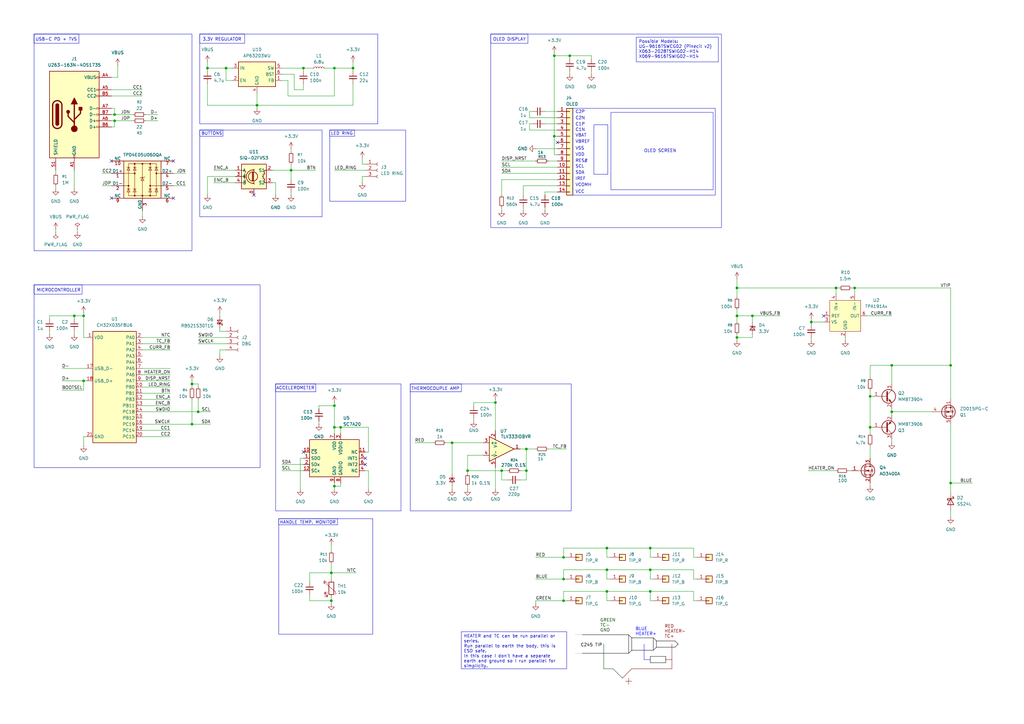
<source format=kicad_sch>
(kicad_sch
	(version 20250114)
	(generator "eeschema")
	(generator_version "9.0")
	(uuid "7095b018-eac3-4b01-b374-28e3216c4fd8")
	(paper "A3")
	
	(rectangle
		(start 113.03 157.48)
		(end 164.465 209.55)
		(stroke
			(width 0)
			(type default)
		)
		(fill
			(type none)
		)
		(uuid 25f66d05-38b5-4a17-99c1-8cad2c92cd3e)
	)
	(rectangle
		(start 13.97 13.97)
		(end 78.74 102.87)
		(stroke
			(width 0)
			(type default)
		)
		(fill
			(type none)
		)
		(uuid 34cfca7f-b72a-4261-a704-f33e6bc4b279)
	)
	(rectangle
		(start 113.03 157.48)
		(end 129.54 160.655)
		(stroke
			(width 0)
			(type default)
		)
		(fill
			(type none)
		)
		(uuid 37b1d202-d0af-4356-9cea-c5377ffdf5c6)
	)
	(rectangle
		(start 168.275 157.48)
		(end 189.23 160.655)
		(stroke
			(width 0)
			(type default)
		)
		(fill
			(type none)
		)
		(uuid 411456a7-808a-4a99-b2e7-4b00b0660778)
	)
	(rectangle
		(start 81.915 53.34)
		(end 91.44 55.88)
		(stroke
			(width 0)
			(type default)
		)
		(fill
			(type none)
		)
		(uuid 51756553-69aa-4f9f-a31a-a60fa2c78053)
	)
	(rectangle
		(start 135.255 53.34)
		(end 166.37 82.55)
		(stroke
			(width 0)
			(type default)
		)
		(fill
			(type none)
		)
		(uuid 7ca7d888-0de2-4ee4-9e02-bce99f6c7310)
	)
	(rectangle
		(start 13.97 116.84)
		(end 33.655 120.65)
		(stroke
			(width 0)
			(type default)
		)
		(fill
			(type none)
		)
		(uuid 7d5ee34c-3c30-4116-b034-575f8f5cbca0)
	)
	(rectangle
		(start 81.915 53.34)
		(end 132.08 88.9)
		(stroke
			(width 0)
			(type default)
		)
		(fill
			(type none)
		)
		(uuid 9c119ec4-7162-4594-9de4-9af2e8ac3469)
	)
	(rectangle
		(start 81.915 13.97)
		(end 100.33 17.78)
		(stroke
			(width 0)
			(type default)
		)
		(fill
			(type none)
		)
		(uuid 9d5c2b83-1ad1-4eb5-9c00-115d7cfbb819)
	)
	(rectangle
		(start 168.275 157.48)
		(end 234.315 209.55)
		(stroke
			(width 0)
			(type default)
		)
		(fill
			(type none)
		)
		(uuid a57dfd79-f7b7-44cf-be58-21e0757161fa)
	)
	(rectangle
		(start 13.97 116.84)
		(end 106.68 191.77)
		(stroke
			(width 0)
			(type default)
		)
		(fill
			(type none)
		)
		(uuid a66c837f-d550-4ad5-b67a-1a34b6eaed03)
	)
	(rectangle
		(start 250.571 46.101)
		(end 292.481 77.851)
		(stroke
			(width 0)
			(type default)
		)
		(fill
			(type none)
		)
		(uuid b323df54-646c-4c42-ac5d-c702f5da28df)
	)
	(rectangle
		(start 13.97 13.97)
		(end 32.385 17.78)
		(stroke
			(width 0)
			(type default)
		)
		(fill
			(type none)
		)
		(uuid b41c86f7-a703-4da7-9c7c-3d6f2dbdab0b)
	)
	(rectangle
		(start 114.3 212.725)
		(end 138.43 215.265)
		(stroke
			(width 0)
			(type default)
		)
		(fill
			(type none)
		)
		(uuid b798fff3-5d10-4e4c-948c-461a0845de52)
	)
	(rectangle
		(start 135.255 53.34)
		(end 145.415 55.88)
		(stroke
			(width 0)
			(type default)
		)
		(fill
			(type none)
		)
		(uuid bb60d903-b4fc-4579-917b-d8b1327cda5c)
	)
	(rectangle
		(start 234.95 44.45)
		(end 293.37 80.01)
		(stroke
			(width 0)
			(type default)
		)
		(fill
			(type none)
		)
		(uuid c7ed09f4-c5b0-447c-8527-2fd1a9942fc7)
	)
	(rectangle
		(start 201.295 13.97)
		(end 295.91 93.345)
		(stroke
			(width 0)
			(type default)
		)
		(fill
			(type none)
		)
		(uuid c86b0301-7b25-4d55-b6bd-bf1af0f3ea13)
	)
	(rectangle
		(start 243.586 51.181)
		(end 249.301 71.501)
		(stroke
			(width 0)
			(type default)
		)
		(fill
			(type none)
		)
		(uuid cc173c2c-4802-4b85-8dc1-c0ed1e2586ae)
	)
	(rectangle
		(start 81.915 13.97)
		(end 154.94 50.8)
		(stroke
			(width 0)
			(type default)
		)
		(fill
			(type none)
		)
		(uuid d5e44070-3c31-4662-9265-15546dcb33a9)
	)
	(rectangle
		(start 114.3 212.725)
		(end 152.908 260.096)
		(stroke
			(width 0)
			(type default)
		)
		(fill
			(type none)
		)
		(uuid dc78faa3-7706-462b-aff1-ea2259b8957d)
	)
	(rectangle
		(start 201.295 13.97)
		(end 216.535 17.78)
		(stroke
			(width 0)
			(type default)
		)
		(fill
			(type none)
		)
		(uuid df873f2f-b2dc-4231-b391-da9722f3ee43)
	)
	(text "RED\nHEATER-\nTC+"
		(exclude_from_sim no)
		(at 272.542 259.08 0)
		(effects
			(font
				(size 1.27 1.27)
				(color 132 0 0 1)
			)
			(justify left)
		)
		(uuid "074f802c-7871-4a94-9d0f-a3c07209b08e")
	)
	(text "3.3V REGULATOR"
		(exclude_from_sim no)
		(at 83.058 16.256 0)
		(effects
			(font
				(size 1.27 1.27)
			)
			(justify left)
		)
		(uuid "270c64e9-acc9-4bdf-adf9-51e85a7cfae3")
	)
	(text "C2N"
		(exclude_from_sim no)
		(at 235.966 48.514 0)
		(effects
			(font
				(size 1.27 1.27)
			)
			(justify left)
		)
		(uuid "303735e4-f194-4e97-9ddd-7741146e5965")
	)
	(text "USB-C PD + TVS"
		(exclude_from_sim no)
		(at 14.478 16.256 0)
		(effects
			(font
				(size 1.27 1.27)
			)
			(justify left)
		)
		(uuid "3b53ae36-2320-46df-8526-8d2b0e4cd267")
	)
	(text "BUTTONS"
		(exclude_from_sim no)
		(at 82.55 54.864 0)
		(effects
			(font
				(size 1.27 1.27)
			)
			(justify left)
		)
		(uuid "4ff0d853-92f6-4f02-aa33-1f252be5ef75")
	)
	(text "SCL"
		(exclude_from_sim no)
		(at 235.966 68.326 0)
		(effects
			(font
				(size 1.27 1.27)
			)
			(justify left)
		)
		(uuid "63c62cf3-4266-478a-9f68-199034fe5d8b")
	)
	(text "RES#"
		(exclude_from_sim no)
		(at 235.966 66.04 0)
		(effects
			(font
				(size 1.27 1.27)
			)
			(justify left)
		)
		(uuid "6ce3c0b9-bb73-4f4d-8996-df06398c02e3")
	)
	(text "C1P"
		(exclude_from_sim no)
		(at 235.966 51.054 0)
		(effects
			(font
				(size 1.27 1.27)
			)
			(justify left)
		)
		(uuid "6d196f00-fda4-408a-b16f-63e268646b7a")
	)
	(text "ACCELEROMETER"
		(exclude_from_sim no)
		(at 121.158 159.258 0)
		(effects
			(font
				(size 1.27 1.27)
			)
		)
		(uuid "6d3cce01-49eb-4036-848c-880563d726ff")
	)
	(text "IREF"
		(exclude_from_sim no)
		(at 235.966 73.406 0)
		(effects
			(font
				(size 1.27 1.27)
			)
			(justify left)
		)
		(uuid "78269562-db7d-4f9c-9409-11de08793bfa")
	)
	(text "BLUE\nHEATER+"
		(exclude_from_sim no)
		(at 260.604 259.08 0)
		(effects
			(font
				(size 1.27 1.27)
				(color 0 0 255 1)
			)
			(justify left)
		)
		(uuid "7cd917a9-991f-405e-b4ad-1658a33b6480")
	)
	(text "C1N"
		(exclude_from_sim no)
		(at 235.966 53.34 0)
		(effects
			(font
				(size 1.27 1.27)
			)
			(justify left)
		)
		(uuid "86eaf89d-7735-48bc-8adf-2c6d7e1c9267")
	)
	(text "C2P"
		(exclude_from_sim no)
		(at 235.966 45.974 0)
		(effects
			(font
				(size 1.27 1.27)
			)
			(justify left)
		)
		(uuid "88767c22-62f5-491f-8191-e622ce50d549")
	)
	(text "VDD"
		(exclude_from_sim no)
		(at 235.966 63.5 0)
		(effects
			(font
				(size 1.27 1.27)
			)
			(justify left)
		)
		(uuid "98ea20d6-f789-4c9a-9d2d-ddf9c4e55ce3")
	)
	(text "HANDLE TEMP. MONITOR"
		(exclude_from_sim no)
		(at 126.238 214.376 0)
		(effects
			(font
				(size 1.27 1.27)
			)
		)
		(uuid "9cf9be48-0da6-4698-b802-905b4321ec7e")
	)
	(text "OLED SCREEN"
		(exclude_from_sim no)
		(at 270.764 61.976 0)
		(effects
			(font
				(size 1.27 1.27)
			)
		)
		(uuid "a7d4d929-dbaa-411d-a847-37e4617db2b8")
	)
	(text "VCC"
		(exclude_from_sim no)
		(at 235.966 78.74 0)
		(effects
			(font
				(size 1.27 1.27)
			)
			(justify left)
		)
		(uuid "c0b5be38-ee7a-4c62-b666-9455a24b9bdf")
	)
	(text "SDA"
		(exclude_from_sim no)
		(at 235.966 70.866 0)
		(effects
			(font
				(size 1.27 1.27)
			)
			(justify left)
		)
		(uuid "d1f23843-c159-4734-816f-e3ebdc7225d4")
	)
	(text "VBREF"
		(exclude_from_sim no)
		(at 235.966 58.166 0)
		(effects
			(font
				(size 1.27 1.27)
			)
			(justify left)
		)
		(uuid "dc92fbc2-eb7d-47ac-891e-6de1528c9506")
	)
	(text "OLED DISPLAY"
		(exclude_from_sim no)
		(at 202.184 16.256 0)
		(effects
			(font
				(size 1.27 1.27)
			)
			(justify left)
		)
		(uuid "e1182865-9cf6-484e-b369-4d8124243a24")
	)
	(text "VBAT"
		(exclude_from_sim no)
		(at 235.966 55.626 0)
		(effects
			(font
				(size 1.27 1.27)
			)
			(justify left)
		)
		(uuid "e5136794-6a5a-4728-b4d0-e47266a8ec2c")
	)
	(text "VSS"
		(exclude_from_sim no)
		(at 235.966 60.96 0)
		(effects
			(font
				(size 1.27 1.27)
			)
			(justify left)
		)
		(uuid "e5277a5c-1568-43ec-ab65-5c403a9ddad3")
	)
	(text "VCOMH"
		(exclude_from_sim no)
		(at 235.966 75.946 0)
		(effects
			(font
				(size 1.27 1.27)
			)
			(justify left)
		)
		(uuid "e677c7ab-e79d-4a1c-8a88-4a56ca5d6b79")
	)
	(text "THERMOCOUPLE AMP"
		(exclude_from_sim no)
		(at 178.562 159.512 0)
		(effects
			(font
				(size 1.27 1.27)
			)
		)
		(uuid "e865e2d4-df9a-47d7-8bc3-1d543675c813")
	)
	(text "LED RING"
		(exclude_from_sim no)
		(at 140.208 54.864 0)
		(effects
			(font
				(size 1.27 1.27)
			)
		)
		(uuid "eebaafe7-13f6-4495-a884-67f3bb5c6ce1")
	)
	(text "MICROCONTROLLER"
		(exclude_from_sim no)
		(at 14.986 119.126 0)
		(effects
			(font
				(size 1.27 1.27)
			)
			(justify left)
		)
		(uuid "f4202bbd-17db-406a-9b6f-417fe43fdaab")
	)
	(text "C245 TIP"
		(exclude_from_sim no)
		(at 242.57 264.668 0)
		(effects
			(font
				(size 1.27 1.27)
				(color 0 0 0 1)
			)
		)
		(uuid "f5ebd9e6-7e85-4295-b1df-1fb1b0a60676")
	)
	(text "GREEN\nTC-\nGND"
		(exclude_from_sim no)
		(at 246.126 256.54 0)
		(effects
			(font
				(size 1.27 1.27)
				(color 0 72 0 1)
			)
			(justify left)
		)
		(uuid "fe22e110-b1c7-4e37-9dd2-ed4186183ab8")
	)
	(text_box "Possible Models:\nUG-9616TSWCG02 (Pinecil v2)\nX063-2028TSWIG02-H14\nX069-9616TSWIG02-H14"
		(exclude_from_sim no)
		(at 260.985 15.24 0)
		(size 33.655 10.16)
		(margins 0.9525 0.9525 0.9525 0.9525)
		(stroke
			(width 0)
			(type solid)
		)
		(fill
			(type none)
		)
		(effects
			(font
				(size 1.27 1.27)
			)
			(justify left top)
		)
		(uuid "aff1d92e-7948-41af-95d4-eec0b0d11729")
	)
	(text_box "HEATER and TC can be run parallel or series.\nRun parallel to earth the body, this is ESD safe.\nIn this case I don't have a separate earth and ground so I run parallel for simplicity."
		(exclude_from_sim no)
		(at 189.23 259.08 0)
		(size 43.18 15.24)
		(margins 0.9525 0.9525 0.9525 0.9525)
		(stroke
			(width 0)
			(type solid)
		)
		(fill
			(type none)
		)
		(effects
			(font
				(size 1.27 1.27)
			)
			(justify left top)
		)
		(uuid "f24e07f6-dab3-4874-a162-57756a4a0cb0")
	)
	(junction
		(at 81.28 168.91)
		(diameter 0)
		(color 0 0 0 0)
		(uuid "0376124e-fe7a-4814-987e-238a633a55c8")
	)
	(junction
		(at 124.46 27.94)
		(diameter 0)
		(color 0 0 0 0)
		(uuid "0acd8611-5527-40f7-90a3-5c60d1adc1d0")
	)
	(junction
		(at 350.52 118.11)
		(diameter 0)
		(color 0 0 0 0)
		(uuid "1a97976b-dfb2-4683-a36c-95b1ecc6d489")
	)
	(junction
		(at 266.7 233.68)
		(diameter 0)
		(color 0 0 0 0)
		(uuid "1e78fea4-f170-467b-a37a-22058bb36a6d")
	)
	(junction
		(at 231.14 237.49)
		(diameter 0)
		(color 0 0 0 0)
		(uuid "284f32c2-769a-4bc4-b2f0-a7c3e5ae68d6")
	)
	(junction
		(at 332.74 132.08)
		(diameter 0)
		(color 0 0 0 0)
		(uuid "2b9858fc-d565-4568-9ced-4f85b3261fac")
	)
	(junction
		(at 266.7 224.79)
		(diameter 0)
		(color 0 0 0 0)
		(uuid "3303fd32-4b4a-445d-bddd-01abf0d9be1e")
	)
	(junction
		(at 365.76 168.91)
		(diameter 0)
		(color 0 0 0 0)
		(uuid "34cf3d67-4986-4c5a-b512-608439b2d2d5")
	)
	(junction
		(at 356.87 175.26)
		(diameter 0)
		(color 0 0 0 0)
		(uuid "37e547e7-deda-414c-9d45-ff5d890eb8b1")
	)
	(junction
		(at 203.2 165.1)
		(diameter 0)
		(color 0 0 0 0)
		(uuid "3f9bcc33-18ad-48ec-8047-f514eddb9bd3")
	)
	(junction
		(at 266.7 242.57)
		(diameter 0)
		(color 0 0 0 0)
		(uuid "3ff58bdd-622b-46e9-99a2-8eca2ca30783")
	)
	(junction
		(at 389.89 198.12)
		(diameter 0)
		(color 0 0 0 0)
		(uuid "40073d49-3f44-4af7-a787-657ab510a928")
	)
	(junction
		(at 191.77 193.04)
		(diameter 0)
		(color 0 0 0 0)
		(uuid "4793f579-9960-4fea-a983-16516b9a6a74")
	)
	(junction
		(at 30.48 129.54)
		(diameter 0)
		(color 0 0 0 0)
		(uuid "4a00e859-a3fe-467b-8ce9-def1b4a6bc1d")
	)
	(junction
		(at 231.14 228.6)
		(diameter 0)
		(color 0 0 0 0)
		(uuid "4e000b4e-efac-4699-be88-c8c4a1e11b0e")
	)
	(junction
		(at 137.16 27.94)
		(diameter 0)
		(color 0 0 0 0)
		(uuid "4e457d4d-37fd-4b51-a420-85ebb8dc04c5")
	)
	(junction
		(at 302.26 138.43)
		(diameter 0)
		(color 0 0 0 0)
		(uuid "5356a73a-34f6-4489-9bec-01ccee3dfe09")
	)
	(junction
		(at 137.16 175.26)
		(diameter 0)
		(color 0 0 0 0)
		(uuid "589eff9d-eed1-4df5-98d6-26b7c768b426")
	)
	(junction
		(at 356.87 162.56)
		(diameter 0)
		(color 0 0 0 0)
		(uuid "5e04bdde-37c1-420f-b933-adb89cde9cbf")
	)
	(junction
		(at 46.99 49.53)
		(diameter 0)
		(color 0 0 0 0)
		(uuid "5e8d1cf7-167e-4030-9f28-7c115ea5395b")
	)
	(junction
		(at 248.92 233.68)
		(diameter 0)
		(color 0 0 0 0)
		(uuid "5ea4f1af-29c5-41cd-b15b-81097d2b6427")
	)
	(junction
		(at 227.33 55.88)
		(diameter 0)
		(color 0 0 0 0)
		(uuid "5fbb3de9-86ee-49ad-a284-eb55f1cc692a")
	)
	(junction
		(at 342.9 118.11)
		(diameter 0)
		(color 0 0 0 0)
		(uuid "5feb41b2-1973-47b7-a124-0b6e2628d43d")
	)
	(junction
		(at 248.92 242.57)
		(diameter 0)
		(color 0 0 0 0)
		(uuid "64f8ff53-fd25-4945-b8a5-64153356f23e")
	)
	(junction
		(at 308.61 129.54)
		(diameter 0)
		(color 0 0 0 0)
		(uuid "72a3e6ce-0be8-4ce5-948e-b5935f1538fc")
	)
	(junction
		(at 233.68 22.86)
		(diameter 0)
		(color 0 0 0 0)
		(uuid "73b54f8a-8892-4f5c-ad2f-0a2e6cc384c3")
	)
	(junction
		(at 34.29 129.54)
		(diameter 0)
		(color 0 0 0 0)
		(uuid "7463436f-e839-4ea2-a4bf-81f122061b20")
	)
	(junction
		(at 205.74 193.04)
		(diameter 0)
		(color 0 0 0 0)
		(uuid "77d052f3-f174-4ac4-b7f3-74fd8cd4f0e2")
	)
	(junction
		(at 78.74 157.48)
		(diameter 0)
		(color 0 0 0 0)
		(uuid "81607e46-ed60-4e7b-900a-af756b50d9d4")
	)
	(junction
		(at 137.16 166.37)
		(diameter 0)
		(color 0 0 0 0)
		(uuid "84b1d133-5555-4f34-9259-4c4a00397909")
	)
	(junction
		(at 215.9 193.04)
		(diameter 0)
		(color 0 0 0 0)
		(uuid "879d8513-8c12-4c71-805b-cfd0566ce6a8")
	)
	(junction
		(at 34.29 156.21)
		(diameter 0)
		(color 0 0 0 0)
		(uuid "89bcf90e-9038-4def-8280-30d23811eeb8")
	)
	(junction
		(at 227.33 22.86)
		(diameter 0)
		(color 0 0 0 0)
		(uuid "9531702c-c6a6-4297-8a10-64a5c6fc90b3")
	)
	(junction
		(at 135.89 246.38)
		(diameter 0)
		(color 0 0 0 0)
		(uuid "9ba723fb-78b5-4d72-ae3c-94d59ceb7ba3")
	)
	(junction
		(at 365.76 149.86)
		(diameter 0)
		(color 0 0 0 0)
		(uuid "9bb74a60-408c-4388-9887-f452c2a449c4")
	)
	(junction
		(at 389.89 149.86)
		(diameter 0)
		(color 0 0 0 0)
		(uuid "9dbf94ac-df71-4eb4-91f2-d7997eb19f93")
	)
	(junction
		(at 302.26 118.11)
		(diameter 0)
		(color 0 0 0 0)
		(uuid "a3b1ebda-28bf-4cca-a91f-ab0720e0e5f5")
	)
	(junction
		(at 215.9 184.15)
		(diameter 0)
		(color 0 0 0 0)
		(uuid "aff6f7cf-f995-4965-9b70-2f6e1afd3257")
	)
	(junction
		(at 302.26 129.54)
		(diameter 0)
		(color 0 0 0 0)
		(uuid "b257f578-3f04-4267-ba31-62cb9e7e56e2")
	)
	(junction
		(at 185.42 181.61)
		(diameter 0)
		(color 0 0 0 0)
		(uuid "be519101-b7e2-4e85-bc0c-866a0a6fdb77")
	)
	(junction
		(at 135.89 234.95)
		(diameter 0)
		(color 0 0 0 0)
		(uuid "c4f19431-f823-4a18-902b-e25529b1c304")
	)
	(junction
		(at 144.78 27.94)
		(diameter 0)
		(color 0 0 0 0)
		(uuid "caa23b1a-fb60-423d-84ed-a4ec6bda7dc1")
	)
	(junction
		(at 78.74 173.99)
		(diameter 0)
		(color 0 0 0 0)
		(uuid "cb369bbe-c983-4f03-86f5-9ab8b3b58edd")
	)
	(junction
		(at 119.38 69.85)
		(diameter 0)
		(color 0 0 0 0)
		(uuid "cbfb9910-a9c3-4d1d-beaf-ad4934f7e32e")
	)
	(junction
		(at 105.41 43.18)
		(diameter 0)
		(color 0 0 0 0)
		(uuid "d049456d-20ee-4308-a384-c295c5fb64a1")
	)
	(junction
		(at 137.16 199.39)
		(diameter 0)
		(color 0 0 0 0)
		(uuid "d3c0ec6c-e13a-496a-ad1c-ba60afc46b96")
	)
	(junction
		(at 46.99 46.99)
		(diameter 0)
		(color 0 0 0 0)
		(uuid "d3cb3929-1383-43bf-9aa0-8d6179547879")
	)
	(junction
		(at 92.71 27.94)
		(diameter 0)
		(color 0 0 0 0)
		(uuid "e80bc681-7695-43f3-a2bd-d411c7e86409")
	)
	(junction
		(at 231.14 246.38)
		(diameter 0)
		(color 0 0 0 0)
		(uuid "ea75d511-588c-4431-8d03-5392322d567d")
	)
	(junction
		(at 139.7 175.26)
		(diameter 0)
		(color 0 0 0 0)
		(uuid "ea9ea449-1699-40d7-8a1c-89a1d2111f96")
	)
	(junction
		(at 248.92 224.79)
		(diameter 0)
		(color 0 0 0 0)
		(uuid "ebd518cf-54ce-4d1f-b736-386303c84246")
	)
	(junction
		(at 85.09 27.94)
		(diameter 0)
		(color 0 0 0 0)
		(uuid "f1df4cab-d95d-4e21-b204-cc5686c3ccd2")
	)
	(no_connect
		(at 337.82 129.54)
		(uuid "06611bec-51b6-46da-9687-f0c27668a583")
	)
	(no_connect
		(at 149.86 187.96)
		(uuid "12b81ef0-4fba-4b2f-98fa-a2180c0447e2")
	)
	(no_connect
		(at 149.86 190.5)
		(uuid "2b4977a8-0f21-4fec-84e4-4c603e997be4")
	)
	(no_connect
		(at 71.12 81.28)
		(uuid "46b4ccbc-24ab-4899-8505-9a1bc9336197")
	)
	(no_connect
		(at 45.72 66.04)
		(uuid "613b3790-5218-413f-a343-e26aa4ea4b95")
	)
	(no_connect
		(at 228.6 58.42)
		(uuid "8d801d13-32fe-4e34-8cc5-b8a86a497023")
	)
	(no_connect
		(at 124.46 185.42)
		(uuid "bb17c601-45a1-4eb6-aaaf-eada3efdd523")
	)
	(no_connect
		(at 45.72 81.28)
		(uuid "c9b41e3a-80a4-4410-be4c-91975e86700a")
	)
	(no_connect
		(at 104.14 80.01)
		(uuid "d8cbb7b8-f348-43ed-b12a-7c884625729d")
	)
	(no_connect
		(at 71.12 66.04)
		(uuid "e9fc4535-1911-4390-b5e2-c282d53c9319")
	)
	(polyline
		(pts
			(xy 269.24 265.43) (xy 267.97 266.7)
		)
		(stroke
			(width 0)
			(type default)
			(color 0 0 0 1)
		)
		(uuid "026bb0ed-6072-40a3-95a7-f0b0e5bb9f80")
	)
	(wire
		(pts
			(xy 144.78 25.4) (xy 144.78 27.94)
		)
		(stroke
			(width 0)
			(type default)
		)
		(uuid "0280334b-627a-4233-a676-012a207d9298")
	)
	(wire
		(pts
			(xy 123.19 187.96) (xy 124.46 187.96)
		)
		(stroke
			(width 0)
			(type default)
		)
		(uuid "03f9526b-c252-4cea-a8ec-81306ff6df76")
	)
	(wire
		(pts
			(xy 41.91 76.2) (xy 45.72 76.2)
		)
		(stroke
			(width 0)
			(type default)
		)
		(uuid "057a48eb-9b1d-42a5-bf44-6985b9321748")
	)
	(wire
		(pts
			(xy 227.33 55.88) (xy 228.6 55.88)
		)
		(stroke
			(width 0)
			(type default)
		)
		(uuid "06a39b25-e5c0-48bf-8f66-6ff9e46efda7")
	)
	(polyline
		(pts
			(xy 275.59 270.51) (xy 273.05 270.51)
		)
		(stroke
			(width 0)
			(type solid)
			(color 132 0 0 1)
		)
		(uuid "07b98816-3d51-4f72-b198-7c04ddd02a60")
	)
	(wire
		(pts
			(xy 115.57 193.04) (xy 124.46 193.04)
		)
		(stroke
			(width 0)
			(type default)
		)
		(uuid "093a4bfc-aabd-4586-948a-1580d9afeffa")
	)
	(wire
		(pts
			(xy 45.72 36.83) (xy 58.42 36.83)
		)
		(stroke
			(width 0)
			(type default)
		)
		(uuid "098337dc-d67f-4f92-9e59-aa0530495823")
	)
	(wire
		(pts
			(xy 284.48 228.6) (xy 285.75 228.6)
		)
		(stroke
			(width 0)
			(type default)
		)
		(uuid "0b3b1be4-2c7f-47f2-886c-9ff27992e090")
	)
	(polyline
		(pts
			(xy 236.22 260.35) (xy 238.76 260.35)
		)
		(stroke
			(width 0)
			(type dot)
			(color 0 0 0 1)
		)
		(uuid "0bebbeb1-bed0-4084-8b40-7ac03a835cd7")
	)
	(wire
		(pts
			(xy 85.09 34.29) (xy 85.09 43.18)
		)
		(stroke
			(width 0)
			(type default)
		)
		(uuid "0d1da041-1604-484f-8588-64418e6780df")
	)
	(polyline
		(pts
			(xy 266.7 269.24) (xy 266.7 271.78)
		)
		(stroke
			(width 0)
			(type solid)
			(color 0 0 0 1)
		)
		(uuid "0e087217-7caf-4ae9-80d3-cf5e99ccbd9c")
	)
	(wire
		(pts
			(xy 78.74 157.48) (xy 81.28 157.48)
		)
		(stroke
			(width 0)
			(type default)
		)
		(uuid "0e2e8ef7-9967-4f2a-a391-35d57131fb71")
	)
	(wire
		(pts
			(xy 248.92 224.79) (xy 266.7 224.79)
		)
		(stroke
			(width 0)
			(type default)
		)
		(uuid "0ea3b0f9-9010-4b04-86d3-c4830ab1836d")
	)
	(wire
		(pts
			(xy 347.98 193.04) (xy 349.25 193.04)
		)
		(stroke
			(width 0)
			(type default)
		)
		(uuid "0f102a2d-fba1-4107-b4a3-cc50f6c1489b")
	)
	(wire
		(pts
			(xy 127 234.95) (xy 135.89 234.95)
		)
		(stroke
			(width 0)
			(type default)
		)
		(uuid "0f8627da-dc1e-4504-acfc-120e3647c5b5")
	)
	(wire
		(pts
			(xy 58.42 158.75) (xy 69.85 158.75)
		)
		(stroke
			(width 0)
			(type default)
		)
		(uuid "0f968ad1-38fa-43f3-a9ca-eaab57060db2")
	)
	(wire
		(pts
			(xy 214.63 85.09) (xy 214.63 86.36)
		)
		(stroke
			(width 0)
			(type default)
		)
		(uuid "0fdf5b0f-14a7-4ff5-aee8-91dcf3e80430")
	)
	(polyline
		(pts
			(xy 276.86 262.89) (xy 278.13 264.16)
		)
		(stroke
			(width 0)
			(type default)
			(color 0 0 0 1)
		)
		(uuid "0ffc5971-b130-492f-a7ea-ccd3781d517b")
	)
	(wire
		(pts
			(xy 302.26 127) (xy 302.26 129.54)
		)
		(stroke
			(width 0)
			(type default)
		)
		(uuid "10b7f4bb-8e85-4f50-bd94-98083d6c2f27")
	)
	(wire
		(pts
			(xy 356.87 162.56) (xy 358.14 162.56)
		)
		(stroke
			(width 0)
			(type default)
		)
		(uuid "12a7be10-a0b5-48af-a3cc-484c25a35d92")
	)
	(wire
		(pts
			(xy 191.77 193.04) (xy 191.77 186.69)
		)
		(stroke
			(width 0)
			(type default)
		)
		(uuid "12f02fb2-28a7-4766-ae13-424545151178")
	)
	(wire
		(pts
			(xy 137.16 175.26) (xy 137.16 177.8)
		)
		(stroke
			(width 0)
			(type default)
		)
		(uuid "135c080a-b87a-42f2-bd23-e8f54c5ee6c7")
	)
	(wire
		(pts
			(xy 148.59 74.93) (xy 148.59 72.39)
		)
		(stroke
			(width 0)
			(type default)
		)
		(uuid "13a8fbae-4055-4538-a775-7561035458e6")
	)
	(wire
		(pts
			(xy 191.77 193.04) (xy 205.74 193.04)
		)
		(stroke
			(width 0)
			(type default)
		)
		(uuid "13e7537a-edd6-43d5-8bb0-f6eb3d491016")
	)
	(wire
		(pts
			(xy 308.61 138.43) (xy 302.26 138.43)
		)
		(stroke
			(width 0)
			(type default)
		)
		(uuid "13fdc45e-79a2-4146-a607-12db049e38ab")
	)
	(wire
		(pts
			(xy 215.9 193.04) (xy 215.9 184.15)
		)
		(stroke
			(width 0)
			(type default)
		)
		(uuid "1427c6b1-5293-499b-9663-f54121cc8ca4")
	)
	(wire
		(pts
			(xy 48.26 31.75) (xy 48.26 26.67)
		)
		(stroke
			(width 0)
			(type default)
		)
		(uuid "14b83c6b-fa77-4ec1-b020-d89f490dd1db")
	)
	(wire
		(pts
			(xy 87.63 69.85) (xy 96.52 69.85)
		)
		(stroke
			(width 0)
			(type default)
		)
		(uuid "15d75b7e-53c1-4b3b-bead-3e9845084cb1")
	)
	(wire
		(pts
			(xy 203.2 163.83) (xy 203.2 165.1)
		)
		(stroke
			(width 0)
			(type default)
		)
		(uuid "16a235b6-6479-41c3-934b-5990cd87fafe")
	)
	(wire
		(pts
			(xy 227.33 55.88) (xy 227.33 63.5)
		)
		(stroke
			(width 0)
			(type default)
		)
		(uuid "16a6ad92-1a6b-4d2b-93f1-5652f5947dbb")
	)
	(wire
		(pts
			(xy 231.14 228.6) (xy 232.41 228.6)
		)
		(stroke
			(width 0)
			(type default)
		)
		(uuid "17df628e-6e1c-4007-bf79-a6f4989ca29e")
	)
	(wire
		(pts
			(xy 45.72 52.07) (xy 46.99 52.07)
		)
		(stroke
			(width 0)
			(type default)
		)
		(uuid "18438b3a-827e-4972-b4d2-e39627126fd2")
	)
	(polyline
		(pts
			(xy 255.27 260.35) (xy 257.81 260.35)
		)
		(stroke
			(width 0)
			(type default)
			(color 0 0 0 1)
		)
		(uuid "185695dd-6d7c-4a99-817d-9d7e560e285b")
	)
	(wire
		(pts
			(xy 58.42 153.67) (xy 69.85 153.67)
		)
		(stroke
			(width 0)
			(type default)
		)
		(uuid "185cc638-609c-4acf-9a83-434d47f9bece")
	)
	(wire
		(pts
			(xy 248.92 228.6) (xy 250.19 228.6)
		)
		(stroke
			(width 0)
			(type default)
		)
		(uuid "186284b8-bd67-4889-90c2-387a38831a45")
	)
	(wire
		(pts
			(xy 231.14 242.57) (xy 248.92 242.57)
		)
		(stroke
			(width 0)
			(type default)
		)
		(uuid "19a14244-1aa6-4e39-a21f-a4b520ce6566")
	)
	(wire
		(pts
			(xy 90.17 135.89) (xy 92.71 135.89)
		)
		(stroke
			(width 0)
			(type default)
		)
		(uuid "1b5db70b-c75a-47b9-9005-1a033afb345d")
	)
	(wire
		(pts
			(xy 127 246.38) (xy 127 243.84)
		)
		(stroke
			(width 0)
			(type default)
		)
		(uuid "1b9cd177-a46a-4a5a-81a3-e55bb87811dd")
	)
	(polyline
		(pts
			(xy 264.16 264.16) (xy 264.16 270.51)
		)
		(stroke
			(width 0)
			(type solid)
			(color 0 0 255 1)
		)
		(uuid "1ba11ea6-79fc-470e-8095-8fd6d151a60b")
	)
	(wire
		(pts
			(xy 58.42 166.37) (xy 69.85 166.37)
		)
		(stroke
			(width 0)
			(type default)
		)
		(uuid "1c31a3a0-71be-4869-aecb-fe7720f70370")
	)
	(wire
		(pts
			(xy 266.7 246.38) (xy 267.97 246.38)
		)
		(stroke
			(width 0)
			(type default)
		)
		(uuid "1cf9f715-8924-4551-8321-2cb14bcb7a4b")
	)
	(polyline
		(pts
			(xy 247.65 264.16) (xy 247.65 274.32)
		)
		(stroke
			(width 0)
			(type solid)
			(color 0 72 0 1)
		)
		(uuid "1d759bc9-3b87-4396-975b-76eb784a4ee5")
	)
	(wire
		(pts
			(xy 95.25 27.94) (xy 92.71 27.94)
		)
		(stroke
			(width 0)
			(type default)
		)
		(uuid "202f5003-0a48-4fcb-962b-eb5d0b2eea8c")
	)
	(wire
		(pts
			(xy 231.14 237.49) (xy 231.14 233.68)
		)
		(stroke
			(width 0)
			(type default)
		)
		(uuid "208cd2f2-adb5-4a75-b940-1381a809b269")
	)
	(wire
		(pts
			(xy 105.41 43.18) (xy 144.78 43.18)
		)
		(stroke
			(width 0)
			(type default)
		)
		(uuid "228d2b28-0e5e-4a0f-9a64-60ca034456d5")
	)
	(wire
		(pts
			(xy 22.86 69.85) (xy 22.86 71.12)
		)
		(stroke
			(width 0)
			(type default)
		)
		(uuid "22ceb097-bc74-4764-aecd-0b980944d711")
	)
	(wire
		(pts
			(xy 231.14 224.79) (xy 231.14 228.6)
		)
		(stroke
			(width 0)
			(type default)
		)
		(uuid "24d72d9c-7088-49fe-b9b0-0f36f49c22e7")
	)
	(wire
		(pts
			(xy 284.48 246.38) (xy 285.75 246.38)
		)
		(stroke
			(width 0)
			(type default)
		)
		(uuid "2616a777-c896-4d19-9dd1-44f1b40faa16")
	)
	(wire
		(pts
			(xy 266.7 237.49) (xy 267.97 237.49)
		)
		(stroke
			(width 0)
			(type default)
		)
		(uuid "28258bd8-18c4-469b-be71-ef9ab42f0cf4")
	)
	(wire
		(pts
			(xy 208.28 196.85) (xy 205.74 196.85)
		)
		(stroke
			(width 0)
			(type default)
		)
		(uuid "28f9a714-ce47-4a87-9eba-39a2e1e51e21")
	)
	(wire
		(pts
			(xy 137.16 39.37) (xy 118.11 39.37)
		)
		(stroke
			(width 0)
			(type default)
		)
		(uuid "296133f5-2a32-47e9-994c-67f3c4c032fa")
	)
	(polyline
		(pts
			(xy 275.59 264.16) (xy 275.59 270.51)
		)
		(stroke
			(width 0)
			(type solid)
			(color 132 0 0 1)
		)
		(uuid "2986f712-090f-47d7-9d1c-d91842ebf259")
	)
	(wire
		(pts
			(xy 248.92 242.57) (xy 266.7 242.57)
		)
		(stroke
			(width 0)
			(type default)
		)
		(uuid "29f41644-402c-4df3-aa82-716fe9752efd")
	)
	(wire
		(pts
			(xy 46.99 44.45) (xy 46.99 46.99)
		)
		(stroke
			(width 0)
			(type default)
		)
		(uuid "2b6c7f04-a093-4524-90eb-496f9f787527")
	)
	(polyline
		(pts
			(xy 273.05 270.51) (xy 273.05 269.24)
		)
		(stroke
			(width 0)
			(type solid)
			(color 0 0 0 1)
		)
		(uuid "2c47bba1-b584-4271-bdfb-c24c01ea95ec")
	)
	(wire
		(pts
			(xy 205.74 73.66) (xy 205.74 80.01)
		)
		(stroke
			(width 0)
			(type default)
		)
		(uuid "2c6750b6-74c7-4d32-8f14-8af4353a5366")
	)
	(wire
		(pts
			(xy 231.14 224.79) (xy 248.92 224.79)
		)
		(stroke
			(width 0)
			(type default)
		)
		(uuid "2c6d220a-0a4b-4ff0-96fe-2ee1e16fcd9b")
	)
	(wire
		(pts
			(xy 105.41 43.18) (xy 105.41 44.45)
		)
		(stroke
			(width 0)
			(type default)
		)
		(uuid "2caf9a90-c3fc-4061-b393-2a0dec203c07")
	)
	(wire
		(pts
			(xy 356.87 149.86) (xy 365.76 149.86)
		)
		(stroke
			(width 0)
			(type default)
		)
		(uuid "2d77362d-e743-459d-bd5f-9e270dae3265")
	)
	(wire
		(pts
			(xy 45.72 31.75) (xy 48.26 31.75)
		)
		(stroke
			(width 0)
			(type default)
		)
		(uuid "2f68ac55-2ae3-4fdc-bcfb-21f448f1abfc")
	)
	(wire
		(pts
			(xy 135.89 234.95) (xy 146.05 234.95)
		)
		(stroke
			(width 0)
			(type default)
		)
		(uuid "2f7c8f4f-5718-4ee6-b598-55a2c858af33")
	)
	(wire
		(pts
			(xy 266.7 242.57) (xy 284.48 242.57)
		)
		(stroke
			(width 0)
			(type default)
		)
		(uuid "2fbb547f-23cf-4496-89ab-aa2301b850bd")
	)
	(wire
		(pts
			(xy 137.16 165.1) (xy 137.16 166.37)
		)
		(stroke
			(width 0)
			(type default)
		)
		(uuid "2ff8f590-a0dd-4986-b523-e06c9b3827a0")
	)
	(polyline
		(pts
			(xy 259.08 261.62) (xy 259.08 266.7)
		)
		(stroke
			(width 0)
			(type default)
			(color 0 0 0 1)
		)
		(uuid "2ffefb90-6206-45ca-b57b-84bd29cfce39")
	)
	(wire
		(pts
			(xy 331.47 193.04) (xy 342.9 193.04)
		)
		(stroke
			(width 0)
			(type default)
		)
		(uuid "30cafa16-4dea-4c85-a929-271c183d052b")
	)
	(polyline
		(pts
			(xy 266.7 261.62) (xy 267.97 261.62)
		)
		(stroke
			(width 0)
			(type default)
			(color 0 0 0 1)
		)
		(uuid "30fd122b-5121-4a83-88df-f8bbacf354a5")
	)
	(wire
		(pts
			(xy 58.42 179.07) (xy 69.85 179.07)
		)
		(stroke
			(width 0)
			(type default)
		)
		(uuid "31a5a27a-16db-4a49-a5fb-95805556c18e")
	)
	(wire
		(pts
			(xy 124.46 36.83) (xy 120.65 36.83)
		)
		(stroke
			(width 0)
			(type default)
		)
		(uuid "326fcbeb-6568-414a-bae2-3482d5ca26c6")
	)
	(wire
		(pts
			(xy 365.76 168.91) (xy 382.27 168.91)
		)
		(stroke
			(width 0)
			(type default)
		)
		(uuid "32b9917b-011d-44c1-9f7b-b4ccda327889")
	)
	(wire
		(pts
			(xy 389.89 149.86) (xy 389.89 163.83)
		)
		(stroke
			(width 0)
			(type default)
		)
		(uuid "32d26576-5ff7-445d-acd8-f280f2b9ecca")
	)
	(wire
		(pts
			(xy 130.81 167.64) (xy 130.81 166.37)
		)
		(stroke
			(width 0)
			(type default)
		)
		(uuid "34170387-03a3-4d7d-9f6a-9db512b2f47f")
	)
	(wire
		(pts
			(xy 92.71 27.94) (xy 85.09 27.94)
		)
		(stroke
			(width 0)
			(type default)
		)
		(uuid "35fc1e6c-2319-48d6-b1ef-3f4c892dc210")
	)
	(wire
		(pts
			(xy 185.42 181.61) (xy 198.12 181.61)
		)
		(stroke
			(width 0)
			(type default)
		)
		(uuid "36f53756-61b8-4225-b3bf-fa4d238d3b1c")
	)
	(wire
		(pts
			(xy 34.29 129.54) (xy 34.29 138.43)
		)
		(stroke
			(width 0)
			(type default)
		)
		(uuid "37760e84-34f3-4903-8420-24fbe82cc7d6")
	)
	(polyline
		(pts
			(xy 257.81 275.59) (xy 255.27 278.13)
		)
		(stroke
			(width 0)
			(type solid)
			(color 132 0 0 1)
		)
		(uuid "37ebe191-502b-4008-ade9-750ab2ba02d7")
	)
	(wire
		(pts
			(xy 85.09 27.94) (xy 85.09 29.21)
		)
		(stroke
			(width 0)
			(type default)
		)
		(uuid "3855a61f-666e-4706-aff6-2793b5d48fb3")
	)
	(wire
		(pts
			(xy 58.42 86.36) (xy 58.42 88.9)
		)
		(stroke
			(width 0)
			(type default)
		)
		(uuid "3884bd08-970a-4525-a7ae-3d118eacfc46")
	)
	(wire
		(pts
			(xy 144.78 29.21) (xy 144.78 27.94)
		)
		(stroke
			(width 0)
			(type default)
		)
		(uuid "3be291d1-3abb-48c6-8d25-0c043a9fcb68")
	)
	(wire
		(pts
			(xy 228.6 53.34) (xy 217.17 53.34)
		)
		(stroke
			(width 0)
			(type default)
		)
		(uuid "3cc74a2e-0fe8-421a-b5ee-daa8e8b3a712")
	)
	(wire
		(pts
			(xy 266.7 233.68) (xy 266.7 237.49)
		)
		(stroke
			(width 0)
			(type default)
		)
		(uuid "3d8111d1-5754-4d6e-a849-470a6bd591a5")
	)
	(wire
		(pts
			(xy 81.28 158.75) (xy 81.28 157.48)
		)
		(stroke
			(width 0)
			(type default)
		)
		(uuid "3e0b80ea-981d-44ea-98ef-2a7e6f6c8ed9")
	)
	(wire
		(pts
			(xy 224.79 66.04) (xy 228.6 66.04)
		)
		(stroke
			(width 0)
			(type default)
		)
		(uuid "3e7e3e9e-2270-4d22-887c-ad05a3264519")
	)
	(wire
		(pts
			(xy 231.14 246.38) (xy 231.14 242.57)
		)
		(stroke
			(width 0)
			(type default)
		)
		(uuid "3fa2d78b-ebb4-4831-a7a1-a277abddf5b5")
	)
	(wire
		(pts
			(xy 59.69 49.53) (xy 64.77 49.53)
		)
		(stroke
			(width 0)
			(type default)
		)
		(uuid "3fb95421-59f4-497f-8b94-8962c1179ed1")
	)
	(wire
		(pts
			(xy 20.32 129.54) (xy 30.48 129.54)
		)
		(stroke
			(width 0)
			(type default)
		)
		(uuid "40920f53-5818-408c-bc37-08872dc5c2db")
	)
	(wire
		(pts
			(xy 151.13 193.04) (xy 151.13 200.66)
		)
		(stroke
			(width 0)
			(type default)
		)
		(uuid "40b028e4-52bf-4d41-b4ef-331b7c9a978e")
	)
	(wire
		(pts
			(xy 185.42 199.39) (xy 185.42 200.66)
		)
		(stroke
			(width 0)
			(type default)
		)
		(uuid "43271041-c5c8-412c-bfdd-5618a8d6f936")
	)
	(wire
		(pts
			(xy 149.86 193.04) (xy 151.13 193.04)
		)
		(stroke
			(width 0)
			(type default)
		)
		(uuid "435771e7-7406-4d64-854d-386effbd573f")
	)
	(wire
		(pts
			(xy 231.14 246.38) (xy 232.41 246.38)
		)
		(stroke
			(width 0)
			(type default)
		)
		(uuid "44421f2e-8ea1-481c-996b-c429ad7430a2")
	)
	(wire
		(pts
			(xy 45.72 39.37) (xy 58.42 39.37)
		)
		(stroke
			(width 0)
			(type default)
		)
		(uuid "44f9df40-5b32-48e7-b548-a32438cf0dfd")
	)
	(wire
		(pts
			(xy 85.09 43.18) (xy 105.41 43.18)
		)
		(stroke
			(width 0)
			(type default)
		)
		(uuid "4565d69f-09cb-47a5-b4c9-ecffd44c036a")
	)
	(wire
		(pts
			(xy 284.48 233.68) (xy 284.48 237.49)
		)
		(stroke
			(width 0)
			(type default)
		)
		(uuid "45840b3e-897d-4e56-aed0-7dd0d960365e")
	)
	(wire
		(pts
			(xy 248.92 233.68) (xy 248.92 237.49)
		)
		(stroke
			(width 0)
			(type default)
		)
		(uuid "4637cb7f-09e0-4c05-b449-63b35a69be90")
	)
	(wire
		(pts
			(xy 356.87 154.94) (xy 356.87 149.86)
		)
		(stroke
			(width 0)
			(type default)
		)
		(uuid "4642c3ef-1472-4bea-ada7-f6d0f077ee87")
	)
	(wire
		(pts
			(xy 233.68 29.21) (xy 233.68 30.48)
		)
		(stroke
			(width 0)
			(type default)
		)
		(uuid "46dd8646-50ac-4ac6-9c60-c9a27d511d5f")
	)
	(wire
		(pts
			(xy 248.92 237.49) (xy 250.19 237.49)
		)
		(stroke
			(width 0)
			(type default)
		)
		(uuid "4715cb89-1598-4b7d-ac82-303c30310351")
	)
	(wire
		(pts
			(xy 46.99 46.99) (xy 54.61 46.99)
		)
		(stroke
			(width 0)
			(type default)
		)
		(uuid "477f52c3-2d50-4858-b854-31927f0e8c86")
	)
	(wire
		(pts
			(xy 356.87 182.88) (xy 356.87 187.96)
		)
		(stroke
			(width 0)
			(type default)
		)
		(uuid "47c5f701-1504-461d-b9d0-e6e80bd6c3d2")
	)
	(wire
		(pts
			(xy 302.26 129.54) (xy 308.61 129.54)
		)
		(stroke
			(width 0)
			(type default)
		)
		(uuid "48f7fe68-e9a1-40c5-b117-e6bb3bc75566")
	)
	(wire
		(pts
			(xy 58.42 168.91) (xy 81.28 168.91)
		)
		(stroke
			(width 0)
			(type default)
		)
		(uuid "4b4a165d-6c8d-46da-937d-81a3f22e7c24")
	)
	(wire
		(pts
			(xy 223.52 78.74) (xy 223.52 80.01)
		)
		(stroke
			(width 0)
			(type default)
		)
		(uuid "4be25685-095f-4656-b86d-69637547dd3b")
	)
	(wire
		(pts
			(xy 118.11 33.02) (xy 115.57 33.02)
		)
		(stroke
			(width 0)
			(type default)
		)
		(uuid "4f4b934f-7d9e-412b-a153-41f1a475441a")
	)
	(wire
		(pts
			(xy 144.78 34.29) (xy 144.78 43.18)
		)
		(stroke
			(width 0)
			(type default)
		)
		(uuid "507295aa-769d-4e4c-bb64-5cef23014ec1")
	)
	(wire
		(pts
			(xy 233.68 22.86) (xy 242.57 22.86)
		)
		(stroke
			(width 0)
			(type default)
		)
		(uuid "50f5870c-dfc9-4c5e-8373-f3177df46256")
	)
	(wire
		(pts
			(xy 284.48 224.79) (xy 266.7 224.79)
		)
		(stroke
			(width 0)
			(type default)
		)
		(uuid "51560bfb-b433-4e6c-8847-b259795cc5af")
	)
	(wire
		(pts
			(xy 182.88 181.61) (xy 185.42 181.61)
		)
		(stroke
			(width 0)
			(type default)
		)
		(uuid "526aab1b-2e86-46aa-a2ed-11f7074eac6c")
	)
	(wire
		(pts
			(xy 205.74 196.85) (xy 205.74 193.04)
		)
		(stroke
			(width 0)
			(type default)
		)
		(uuid "52b05445-eba3-468e-a8e4-7f5fee37bfa3")
	)
	(wire
		(pts
			(xy 205.74 66.04) (xy 219.71 66.04)
		)
		(stroke
			(width 0)
			(type default)
		)
		(uuid "540bbf13-80aa-48fb-9f7d-839a09a5e5d1")
	)
	(wire
		(pts
			(xy 228.6 73.66) (xy 205.74 73.66)
		)
		(stroke
			(width 0)
			(type default)
		)
		(uuid "5441edd1-fe7e-4fc1-8c5a-7afde3fde38f")
	)
	(wire
		(pts
			(xy 350.52 118.11) (xy 389.89 118.11)
		)
		(stroke
			(width 0)
			(type default)
		)
		(uuid "54ad223e-c71b-46e2-9caa-0c4be00d5aa6")
	)
	(wire
		(pts
			(xy 217.17 53.34) (xy 217.17 50.8)
		)
		(stroke
			(width 0)
			(type default)
		)
		(uuid "55888b6b-83fa-452a-ac63-f7c4165439be")
	)
	(wire
		(pts
			(xy 266.7 233.68) (xy 284.48 233.68)
		)
		(stroke
			(width 0)
			(type default)
		)
		(uuid "56b48643-ad21-473f-9e7e-d10d0de34604")
	)
	(wire
		(pts
			(xy 139.7 175.26) (xy 137.16 175.26)
		)
		(stroke
			(width 0)
			(type default)
		)
		(uuid "56c01bcc-786b-47f7-8417-e078665f707d")
	)
	(wire
		(pts
			(xy 45.72 49.53) (xy 46.99 49.53)
		)
		(stroke
			(width 0)
			(type default)
		)
		(uuid "58311d62-5209-4668-8c0a-0688eaefff65")
	)
	(wire
		(pts
			(xy 78.74 173.99) (xy 86.36 173.99)
		)
		(stroke
			(width 0)
			(type default)
		)
		(uuid "58fb1b17-d555-4729-889e-8c7151b03c6b")
	)
	(wire
		(pts
			(xy 90.17 134.62) (xy 90.17 135.89)
		)
		(stroke
			(width 0)
			(type default)
		)
		(uuid "5901917b-5e24-494f-95e5-da8316175cef")
	)
	(wire
		(pts
			(xy 308.61 137.16) (xy 308.61 138.43)
		)
		(stroke
			(width 0)
			(type default)
		)
		(uuid "594d1d02-b373-4da5-9942-630dd7316a03")
	)
	(wire
		(pts
			(xy 135.89 231.14) (xy 135.89 234.95)
		)
		(stroke
			(width 0)
			(type default)
		)
		(uuid "5a3922d9-3d11-4830-a9ff-b85b38ae2a3e")
	)
	(wire
		(pts
			(xy 248.92 233.68) (xy 266.7 233.68)
		)
		(stroke
			(width 0)
			(type default)
		)
		(uuid "5aaa678d-9149-4bce-9210-bfbdb6982987")
	)
	(wire
		(pts
			(xy 215.9 184.15) (xy 213.36 184.15)
		)
		(stroke
			(width 0)
			(type default)
		)
		(uuid "5bc55678-cc1b-41c6-993b-a76fa6e6464d")
	)
	(wire
		(pts
			(xy 78.74 163.83) (xy 78.74 173.99)
		)
		(stroke
			(width 0)
			(type default)
		)
		(uuid "5bd12bca-db6a-4a52-915d-91f8b9bdf35c")
	)
	(wire
		(pts
			(xy 58.42 151.13) (xy 69.85 151.13)
		)
		(stroke
			(width 0)
			(type default)
		)
		(uuid "5c1e8120-e4de-4d75-9341-62a75d8b27c3")
	)
	(polyline
		(pts
			(xy 256.54 279.4) (xy 259.08 279.4)
		)
		(stroke
			(width 0)
			(type solid)
			(color 132 0 0 1)
		)
		(uuid "5d7ceb27-03b2-45e1-b362-398a759c5376")
	)
	(wire
		(pts
			(xy 119.38 69.85) (xy 129.54 69.85)
		)
		(stroke
			(width 0)
			(type default)
		)
		(uuid "5e03bf3a-c59e-4898-85ee-e53976447119")
	)
	(wire
		(pts
			(xy 365.76 168.91) (xy 365.76 170.18)
		)
		(stroke
			(width 0)
			(type default)
		)
		(uuid "5f61eba0-1710-4411-a97e-7180861e7f01")
	)
	(wire
		(pts
			(xy 31.75 93.98) (xy 31.75 95.25)
		)
		(stroke
			(width 0)
			(type default)
		)
		(uuid "5fc7002c-30aa-4fce-b12e-77acff85c4d9")
	)
	(wire
		(pts
			(xy 30.48 69.85) (xy 30.48 77.47)
		)
		(stroke
			(width 0)
			(type default)
		)
		(uuid "60ebfe2a-283b-49d8-a3ea-22439dc77e00")
	)
	(wire
		(pts
			(xy 85.09 72.39) (xy 85.09 80.01)
		)
		(stroke
			(width 0)
			(type default)
		)
		(uuid "60f900e6-87c2-479a-904e-f71e35757fbe")
	)
	(wire
		(pts
			(xy 118.11 39.37) (xy 118.11 33.02)
		)
		(stroke
			(width 0)
			(type default)
		)
		(uuid "61200c40-d0fe-4545-9bab-84dfe13b8dc8")
	)
	(wire
		(pts
			(xy 115.57 190.5) (xy 124.46 190.5)
		)
		(stroke
			(width 0)
			(type default)
		)
		(uuid "614acc5a-4cf6-4c10-a747-b1df3dda8ff6")
	)
	(wire
		(pts
			(xy 308.61 129.54) (xy 320.04 129.54)
		)
		(stroke
			(width 0)
			(type default)
		)
		(uuid "61d3ea0d-763e-44ef-9be2-bb29500e9bbb")
	)
	(wire
		(pts
			(xy 208.28 193.04) (xy 205.74 193.04)
		)
		(stroke
			(width 0)
			(type default)
		)
		(uuid "61f8d715-a3cd-4601-8d26-cb542f53ba57")
	)
	(wire
		(pts
			(xy 81.28 168.91) (xy 86.36 168.91)
		)
		(stroke
			(width 0)
			(type default)
		)
		(uuid "62306eb0-07e1-4428-a61f-9f92776b885b")
	)
	(wire
		(pts
			(xy 302.26 137.16) (xy 302.26 138.43)
		)
		(stroke
			(width 0)
			(type default)
		)
		(uuid "623f686d-47fd-4d34-beab-25c534ed8d1e")
	)
	(wire
		(pts
			(xy 58.42 163.83) (xy 69.85 163.83)
		)
		(stroke
			(width 0)
			(type default)
		)
		(uuid "642d3b9f-9732-4877-9fa9-a9ab8e68b763")
	)
	(wire
		(pts
			(xy 135.89 234.95) (xy 135.89 237.49)
		)
		(stroke
			(width 0)
			(type default)
		)
		(uuid "64d3d207-db7e-4856-a751-f068e5cf3811")
	)
	(wire
		(pts
			(xy 58.42 143.51) (xy 69.85 143.51)
		)
		(stroke
			(width 0)
			(type default)
		)
		(uuid "6536145e-4924-4ec9-b3a2-19fe2b5a954f")
	)
	(wire
		(pts
			(xy 30.48 129.54) (xy 34.29 129.54)
		)
		(stroke
			(width 0)
			(type default)
		)
		(uuid "671acd07-7133-4d26-be93-462c70885ce2")
	)
	(polyline
		(pts
			(xy 259.08 266.7) (xy 267.97 266.7)
		)
		(stroke
			(width 0)
			(type default)
			(color 0 0 0 1)
		)
		(uuid "67e20805-8c7b-4c36-8572-cfbec29bb0e7")
	)
	(wire
		(pts
			(xy 170.18 181.61) (xy 177.8 181.61)
		)
		(stroke
			(width 0)
			(type default)
		)
		(uuid "6877e51c-f850-4d92-8c67-038d3df6cb8e")
	)
	(wire
		(pts
			(xy 213.36 193.04) (xy 215.9 193.04)
		)
		(stroke
			(width 0)
			(type default)
		)
		(uuid "68a50ccc-1d89-40bb-8a14-99387f9c146f")
	)
	(wire
		(pts
			(xy 302.26 138.43) (xy 302.26 139.7)
		)
		(stroke
			(width 0)
			(type default)
		)
		(uuid "69b12070-b514-4f8b-ae93-06be422552b3")
	)
	(wire
		(pts
			(xy 213.36 196.85) (xy 215.9 196.85)
		)
		(stroke
			(width 0)
			(type default)
		)
		(uuid "6ab9b9bb-4e97-4ed2-ba2d-d26db0add8fe")
	)
	(wire
		(pts
			(xy 124.46 27.94) (xy 124.46 29.21)
		)
		(stroke
			(width 0)
			(type default)
		)
		(uuid "6b2cc09f-85f9-44c3-90b1-d76f6aea9e17")
	)
	(wire
		(pts
			(xy 58.42 161.29) (xy 69.85 161.29)
		)
		(stroke
			(width 0)
			(type default)
		)
		(uuid "6b7860e6-c1b4-4006-9bda-be6baf859e32")
	)
	(polyline
		(pts
			(xy 251.46 274.32) (xy 255.27 278.13)
		)
		(stroke
			(width 0)
			(type solid)
			(color 0 72 0 1)
		)
		(uuid "6b79f3ba-ca06-4eda-abdf-dba2c7cc97af")
	)
	(wire
		(pts
			(xy 308.61 129.54) (xy 308.61 132.08)
		)
		(stroke
			(width 0)
			(type default)
		)
		(uuid "6bea693f-ee3d-4c8f-ad1b-0a193b8a83c4")
	)
	(wire
		(pts
			(xy 58.42 140.97) (xy 69.85 140.97)
		)
		(stroke
			(width 0)
			(type default)
		)
		(uuid "6dcab80a-9bc0-48f6-9e43-95a0db1fa832")
	)
	(wire
		(pts
			(xy 81.28 163.83) (xy 81.28 168.91)
		)
		(stroke
			(width 0)
			(type default)
		)
		(uuid "6e3afe4c-64af-49c5-b0d5-6c69b34e836e")
	)
	(wire
		(pts
			(xy 71.12 71.12) (xy 76.2 71.12)
		)
		(stroke
			(width 0)
			(type default)
		)
		(uuid "6e8184e3-feb1-4a07-9950-4b7fed300aa3")
	)
	(wire
		(pts
			(xy 137.16 199.39) (xy 139.7 199.39)
		)
		(stroke
			(width 0)
			(type default)
		)
		(uuid "6f7c7049-27c4-4d37-8f0f-bf8db1973b0c")
	)
	(wire
		(pts
			(xy 137.16 198.12) (xy 137.16 199.39)
		)
		(stroke
			(width 0)
			(type default)
		)
		(uuid "6fe4d7ed-c537-4a7b-9044-0f1e36bf3f61")
	)
	(wire
		(pts
			(xy 137.16 199.39) (xy 137.16 200.66)
		)
		(stroke
			(width 0)
			(type default)
		)
		(uuid "712b6bf0-76d9-46ea-9980-61eb1a4be18b")
	)
	(wire
		(pts
			(xy 389.89 198.12) (xy 389.89 201.93)
		)
		(stroke
			(width 0)
			(type default)
		)
		(uuid "72568848-c2d9-4567-a12c-3f864b5e3ac1")
	)
	(wire
		(pts
			(xy 219.71 60.96) (xy 228.6 60.96)
		)
		(stroke
			(width 0)
			(type default)
		)
		(uuid "73449969-0eac-498f-b335-e5a07a59a742")
	)
	(polyline
		(pts
			(xy 269.24 262.89) (xy 276.86 262.89)
		)
		(stroke
			(width 0)
			(type default)
			(color 0 0 0 1)
		)
		(uuid "7562d150-0de2-4d3e-96fe-d1a1fa322831")
	)
	(wire
		(pts
			(xy 219.71 246.38) (xy 231.14 246.38)
		)
		(stroke
			(width 0)
			(type default)
		)
		(uuid "7650fcf2-dc3b-43d8-b456-1a8cfdae0ff1")
	)
	(wire
		(pts
			(xy 332.74 132.08) (xy 337.82 132.08)
		)
		(stroke
			(width 0)
			(type default)
		)
		(uuid "76ac6bf8-6a5d-4fcf-bd10-b6b73a19ae32")
	)
	(polyline
		(pts
			(xy 257.81 260.35) (xy 257.81 267.97)
		)
		(stroke
			(width 0)
			(type default)
			(color 0 0 0 1)
		)
		(uuid "76deab11-97b5-4a42-bf54-4a7023b68f78")
	)
	(wire
		(pts
			(xy 356.87 160.02) (xy 356.87 162.56)
		)
		(stroke
			(width 0)
			(type default)
		)
		(uuid "78d2d6bc-e968-41e1-87eb-88ef84517860")
	)
	(wire
		(pts
			(xy 389.89 198.12) (xy 398.78 198.12)
		)
		(stroke
			(width 0)
			(type default)
		)
		(uuid "797be516-3f54-40bb-9e16-96458244cb9b")
	)
	(wire
		(pts
			(xy 139.7 198.12) (xy 139.7 199.39)
		)
		(stroke
			(width 0)
			(type default)
		)
		(uuid "7a9d56f4-3284-4497-bfd6-e7c5efd306f3")
	)
	(wire
		(pts
			(xy 284.48 242.57) (xy 284.48 246.38)
		)
		(stroke
			(width 0)
			(type default)
		)
		(uuid "7ad27498-ea37-4092-a6cd-4d9681386e07")
	)
	(wire
		(pts
			(xy 123.19 200.66) (xy 123.19 187.96)
		)
		(stroke
			(width 0)
			(type default)
		)
		(uuid "7ae1744f-79d6-4454-83e6-233a2c316fd9")
	)
	(wire
		(pts
			(xy 46.99 52.07) (xy 46.99 49.53)
		)
		(stroke
			(width 0)
			(type default)
		)
		(uuid "7b43b79b-7973-410e-a5fd-5c15f09efbcb")
	)
	(wire
		(pts
			(xy 113.03 80.01) (xy 113.03 74.93)
		)
		(stroke
			(width 0)
			(type default)
		)
		(uuid "7b6d2f57-5423-471e-9bd5-026f41405d90")
	)
	(wire
		(pts
			(xy 115.57 27.94) (xy 124.46 27.94)
		)
		(stroke
			(width 0)
			(type default)
		)
		(uuid "7bb4f50a-c062-4c2f-819c-5bcdc59c99d6")
	)
	(wire
		(pts
			(xy 233.68 22.86) (xy 227.33 22.86)
		)
		(stroke
			(width 0)
			(type default)
		)
		(uuid "7bd4966d-938f-4200-9b08-302ea25ee25a")
	)
	(polyline
		(pts
			(xy 269.24 262.89) (xy 269.24 265.43)
		)
		(stroke
			(width 0)
			(type default)
			(color 0 0 0 1)
		)
		(uuid "7cfb4994-2bd5-4567-8027-3915ac01be12")
	)
	(polyline
		(pts
			(xy 247.65 274.32) (xy 251.46 274.32)
		)
		(stroke
			(width 0)
			(type solid)
			(color 0 72 0 1)
		)
		(uuid "7dde94dc-55d6-484b-b21e-0dcf133c1d18")
	)
	(wire
		(pts
			(xy 151.13 175.26) (xy 139.7 175.26)
		)
		(stroke
			(width 0)
			(type default)
		)
		(uuid "7efe48b3-bd10-4fa7-a728-827300d3a961")
	)
	(wire
		(pts
			(xy 120.65 36.83) (xy 120.65 30.48)
		)
		(stroke
			(width 0)
			(type default)
		)
		(uuid "7f65df16-a42c-4a8e-8dc7-b3d5fe966a9b")
	)
	(wire
		(pts
			(xy 130.81 172.72) (xy 130.81 173.99)
		)
		(stroke
			(width 0)
			(type default)
		)
		(uuid "7fabdafb-ec86-48d8-ac12-a29783a16de1")
	)
	(wire
		(pts
			(xy 34.29 156.21) (xy 34.29 160.02)
		)
		(stroke
			(width 0)
			(type default)
		)
		(uuid "801b47b3-f15e-41e7-9dea-8b90320a10f7")
	)
	(wire
		(pts
			(xy 135.89 247.65) (xy 135.89 246.38)
		)
		(stroke
			(width 0)
			(type default)
		)
		(uuid "80325da9-c77b-40fc-9219-be40b991b94f")
	)
	(wire
		(pts
			(xy 22.86 76.2) (xy 22.86 77.47)
		)
		(stroke
			(width 0)
			(type default)
		)
		(uuid "813bdb8e-5a6c-43bb-b4a2-22afde741b3d")
	)
	(wire
		(pts
			(xy 149.86 67.31) (xy 148.59 67.31)
		)
		(stroke
			(width 0)
			(type default)
		)
		(uuid "819a1b87-e268-4205-b417-008dd6af6278")
	)
	(polyline
		(pts
			(xy 264.16 270.51) (xy 266.7 270.51)
		)
		(stroke
			(width 0)
			(type solid)
		)
		(uuid "83fa5c5a-8ac1-4539-aea1-6c0345b00844")
	)
	(wire
		(pts
			(xy 355.6 129.54) (xy 365.76 129.54)
		)
		(stroke
			(width 0)
			(type default)
		)
		(uuid "84ffdf98-bc1d-46cf-bbbf-c60120bbd0fc")
	)
	(wire
		(pts
			(xy 365.76 149.86) (xy 389.89 149.86)
		)
		(stroke
			(width 0)
			(type default)
		)
		(uuid "883674fa-0789-425d-9fd4-41e66b65dd5c")
	)
	(polyline
		(pts
			(xy 267.97 261.62) (xy 267.97 266.7)
		)
		(stroke
			(width 0)
			(type default)
			(color 0 0 0 1)
		)
		(uuid "8960de71-505e-492b-a51e-f290fc14105a")
	)
	(wire
		(pts
			(xy 389.89 173.99) (xy 389.89 198.12)
		)
		(stroke
			(width 0)
			(type default)
		)
		(uuid "8a1524ac-5fe9-487f-b9de-b873f48eccb9")
	)
	(wire
		(pts
			(xy 248.92 242.57) (xy 248.92 246.38)
		)
		(stroke
			(width 0)
			(type default)
		)
		(uuid "8a91527b-e180-498f-9adf-a6943b6a0dea")
	)
	(polyline
		(pts
			(xy 278.13 264.16) (xy 276.86 265.43)
		)
		(stroke
			(width 0)
			(type default)
			(color 0 0 0 1)
		)
		(uuid "8b1caae8-bdc4-4749-9585-8df8ce487576")
	)
	(wire
		(pts
			(xy 217.17 50.8) (xy 218.44 50.8)
		)
		(stroke
			(width 0)
			(type default)
		)
		(uuid "8d90686a-1b7b-46d8-9605-35ef3a60e9b8")
	)
	(wire
		(pts
			(xy 30.48 130.81) (xy 30.48 129.54)
		)
		(stroke
			(width 0)
			(type default)
		)
		(uuid "8e7d27bb-80ad-43b8-9676-0e63b90258a8")
	)
	(wire
		(pts
			(xy 87.63 74.93) (xy 96.52 74.93)
		)
		(stroke
			(width 0)
			(type default)
		)
		(uuid "8f620a20-04f5-444a-b2c2-da0a2422b473")
	)
	(polyline
		(pts
			(xy 266.7 271.78) (xy 273.05 271.78)
		)
		(stroke
			(width 0)
			(type solid)
			(color 0 0 0 1)
		)
		(uuid "8fb6bfad-0c6b-4b31-9a83-7e5dac6be231")
	)
	(wire
		(pts
			(xy 30.48 135.89) (xy 30.48 137.16)
		)
		(stroke
			(width 0)
			(type default)
		)
		(uuid "9006d618-c30c-491a-8f72-ec49e7c9a66f")
	)
	(wire
		(pts
			(xy 356.87 175.26) (xy 356.87 162.56)
		)
		(stroke
			(width 0)
			(type default)
		)
		(uuid "90131769-29f5-4388-a677-f3dd50a42779")
	)
	(wire
		(pts
			(xy 284.48 237.49) (xy 285.75 237.49)
		)
		(stroke
			(width 0)
			(type default)
		)
		(uuid "90137578-839f-40a1-a6c2-7e65136e3b87")
	)
	(polyline
		(pts
			(xy 259.08 261.62) (xy 266.7 261.62)
		)
		(stroke
			(width 0)
			(type default)
			(color 0 0 0 1)
		)
		(uuid "912dbe36-dbd7-47fa-93ec-ba8af6ddfe94")
	)
	(wire
		(pts
			(xy 217.17 45.72) (xy 218.44 45.72)
		)
		(stroke
			(width 0)
			(type default)
		)
		(uuid "91522e8c-e6c7-4820-b177-1697a23cc4c8")
	)
	(wire
		(pts
			(xy 284.48 228.6) (xy 284.48 224.79)
		)
		(stroke
			(width 0)
			(type default)
		)
		(uuid "915ac4f3-c1e8-47ae-b073-4b60502a8d1c")
	)
	(wire
		(pts
			(xy 78.74 157.48) (xy 78.74 158.75)
		)
		(stroke
			(width 0)
			(type default)
		)
		(uuid "91941d80-8659-4e26-bb31-3fcaedfa8a33")
	)
	(wire
		(pts
			(xy 266.7 228.6) (xy 266.7 224.79)
		)
		(stroke
			(width 0)
			(type default)
		)
		(uuid "91bed5f8-a4ce-43d7-be1a-9c96a5e1f1c0")
	)
	(wire
		(pts
			(xy 233.68 24.13) (xy 233.68 22.86)
		)
		(stroke
			(width 0)
			(type default)
		)
		(uuid "923821ad-d0a6-40fa-a5a4-acd33f815f19")
	)
	(wire
		(pts
			(xy 85.09 25.4) (xy 85.09 27.94)
		)
		(stroke
			(width 0)
			(type default)
		)
		(uuid "94bd4779-feff-4524-a558-18575ee150a0")
	)
	(wire
		(pts
			(xy 223.52 45.72) (xy 228.6 45.72)
		)
		(stroke
			(width 0)
			(type default)
		)
		(uuid "94c24fe5-1b06-485b-90d1-b62bab0b44af")
	)
	(wire
		(pts
			(xy 350.52 118.11) (xy 350.52 120.65)
		)
		(stroke
			(width 0)
			(type default)
		)
		(uuid "95114756-6cb4-41d8-87da-13679a82c8da")
	)
	(wire
		(pts
			(xy 231.14 237.49) (xy 232.41 237.49)
		)
		(stroke
			(width 0)
			(type default)
		)
		(uuid "95120dc1-faba-40b2-906d-e1ddcff3ae50")
	)
	(wire
		(pts
			(xy 90.17 143.51) (xy 90.17 146.05)
		)
		(stroke
			(width 0)
			(type default)
		)
		(uuid "95172df5-d932-418e-a9a6-9adc7908ebaf")
	)
	(wire
		(pts
			(xy 205.74 71.12) (xy 228.6 71.12)
		)
		(stroke
			(width 0)
			(type default)
		)
		(uuid "95babfc4-ef4d-4f35-beb0-b6e4d69bf7e2")
	)
	(polyline
		(pts
			(xy 236.22 267.97) (xy 238.76 267.97)
		)
		(stroke
			(width 0)
			(type dot)
			(color 0 0 0 1)
		)
		(uuid "99494987-c89c-4b3d-b25d-5a6ae2e404f9")
	)
	(wire
		(pts
			(xy 365.76 180.34) (xy 365.76 181.61)
		)
		(stroke
			(width 0)
			(type default)
		)
		(uuid "9c155094-f22e-4718-92b3-e4fa9d457b90")
	)
	(wire
		(pts
			(xy 242.57 29.21) (xy 242.57 30.48)
		)
		(stroke
			(width 0)
			(type default)
		)
		(uuid "9d0bf35d-b4fa-42a2-826d-3e54553f6b83")
	)
	(wire
		(pts
			(xy 248.92 246.38) (xy 250.19 246.38)
		)
		(stroke
			(width 0)
			(type default)
		)
		(uuid "9d885862-befc-4366-8854-73050da7833a")
	)
	(wire
		(pts
			(xy 34.29 179.07) (xy 35.56 179.07)
		)
		(stroke
			(width 0)
			(type default)
		)
		(uuid "9f477f98-15a0-49c7-8951-52960250b57c")
	)
	(wire
		(pts
			(xy 137.16 166.37) (xy 137.16 175.26)
		)
		(stroke
			(width 0)
			(type default)
		)
		(uuid "9f5de140-8dfa-4b2d-80c5-21b803aba1ca")
	)
	(wire
		(pts
			(xy 217.17 48.26) (xy 217.17 45.72)
		)
		(stroke
			(width 0)
			(type default)
		)
		(uuid "a11449e6-61e6-4418-ae1f-73c2b59816d1")
	)
	(wire
		(pts
			(xy 96.52 72.39) (xy 85.09 72.39)
		)
		(stroke
			(width 0)
			(type default)
		)
		(uuid "a14ebd76-599c-4db5-b536-9a554cdcdd0f")
	)
	(wire
		(pts
			(xy 346.71 138.43) (xy 346.71 139.7)
		)
		(stroke
			(width 0)
			(type default)
		)
		(uuid "a1e43f38-3a65-441d-9c34-687bc9d77c60")
	)
	(wire
		(pts
			(xy 124.46 34.29) (xy 124.46 36.83)
		)
		(stroke
			(width 0)
			(type default)
		)
		(uuid "a38135a1-b41e-4ddd-8c54-1bcb3cb2522d")
	)
	(wire
		(pts
			(xy 332.74 133.35) (xy 332.74 132.08)
		)
		(stroke
			(width 0)
			(type default)
		)
		(uuid "a38a8982-0616-4b19-8d54-dd98756b3dfb")
	)
	(wire
		(pts
			(xy 148.59 67.31) (xy 148.59 64.77)
		)
		(stroke
			(width 0)
			(type default)
		)
		(uuid "a4a0b2e2-2ddb-404d-9027-940095f3c655")
	)
	(wire
		(pts
			(xy 81.28 138.43) (xy 92.71 138.43)
		)
		(stroke
			(width 0)
			(type default)
		)
		(uuid "a4c5ccd3-caae-4546-96d5-fb56303529cd")
	)
	(wire
		(pts
			(xy 34.29 128.27) (xy 34.29 129.54)
		)
		(stroke
			(width 0)
			(type default)
		)
		(uuid "a4cf4c72-3fe5-4fa0-8bdf-949a075db372")
	)
	(wire
		(pts
			(xy 25.4 156.21) (xy 34.29 156.21)
		)
		(stroke
			(width 0)
			(type default)
		)
		(uuid "a51400c7-650f-4bc2-8de4-66793679786b")
	)
	(wire
		(pts
			(xy 119.38 67.31) (xy 119.38 69.85)
		)
		(stroke
			(width 0)
			(type default)
		)
		(uuid "a66e2910-581f-4907-ab67-31588cf60c12")
	)
	(wire
		(pts
			(xy 119.38 78.74) (xy 119.38 80.01)
		)
		(stroke
			(width 0)
			(type default)
		)
		(uuid "a7ef5132-3821-4509-ad83-c6e349086a47")
	)
	(wire
		(pts
			(xy 227.33 21.59) (xy 227.33 22.86)
		)
		(stroke
			(width 0)
			(type default)
		)
		(uuid "a8e2bf8c-0ed1-4f68-af4f-4cd8a2de34fb")
	)
	(wire
		(pts
			(xy 203.2 191.77) (xy 203.2 200.66)
		)
		(stroke
			(width 0)
			(type default)
		)
		(uuid "a9217c3a-213e-465a-8c47-b748481d7d12")
	)
	(wire
		(pts
			(xy 113.03 74.93) (xy 111.76 74.93)
		)
		(stroke
			(width 0)
			(type default)
		)
		(uuid "a9f6bff6-8ed1-4df9-87e2-985dcfe3292c")
	)
	(wire
		(pts
			(xy 45.72 44.45) (xy 46.99 44.45)
		)
		(stroke
			(width 0)
			(type default)
		)
		(uuid "aa151d95-51c8-4587-b70d-3ec489040b17")
	)
	(wire
		(pts
			(xy 266.7 228.6) (xy 267.97 228.6)
		)
		(stroke
			(width 0)
			(type default)
		)
		(uuid "abfcbfb4-ca72-48a4-8a1f-41fc0db0fcb0")
	)
	(wire
		(pts
			(xy 130.81 166.37) (xy 137.16 166.37)
		)
		(stroke
			(width 0)
			(type default)
		)
		(uuid "acc766ac-2abf-4151-8325-c8af464073b7")
	)
	(wire
		(pts
			(xy 231.14 233.68) (xy 248.92 233.68)
		)
		(stroke
			(width 0)
			(type default)
		)
		(uuid "ada39c2a-a380-4b5c-a087-12f6d1d460ac")
	)
	(wire
		(pts
			(xy 124.46 27.94) (xy 128.27 27.94)
		)
		(stroke
			(width 0)
			(type default)
		)
		(uuid "aec2a481-d9ec-4d92-9ced-03bb5cf553d6")
	)
	(polyline
		(pts
			(xy 273.05 269.24) (xy 266.7 269.24)
		)
		(stroke
			(width 0)
			(type solid)
			(color 0 0 0 1)
		)
		(uuid "b0896904-49f0-4e20-812d-91018b9ee18b")
	)
	(polyline
		(pts
			(xy 238.76 267.97) (xy 257.81 267.97)
		)
		(stroke
			(width 0)
			(type default)
			(color 0 0 0 1)
		)
		(uuid "b1dcc40d-8d91-47cc-a874-5ffb4cca3248")
	)
	(wire
		(pts
			(xy 228.6 76.2) (xy 214.63 76.2)
		)
		(stroke
			(width 0)
			(type default)
		)
		(uuid "b2e3cdeb-4a3e-494a-a00f-dfab8d4291f0")
	)
	(wire
		(pts
			(xy 219.71 228.6) (xy 231.14 228.6)
		)
		(stroke
			(width 0)
			(type default)
		)
		(uuid "b44bedd5-20a5-494f-a64e-829db1e64fdd")
	)
	(wire
		(pts
			(xy 356.87 175.26) (xy 356.87 177.8)
		)
		(stroke
			(width 0)
			(type default)
		)
		(uuid "b4d1ac04-7702-4a96-8eb4-552ce6c63754")
	)
	(wire
		(pts
			(xy 302.26 129.54) (xy 302.26 132.08)
		)
		(stroke
			(width 0)
			(type default)
		)
		(uuid "b644845d-b705-4940-865c-78b64119e33e")
	)
	(polyline
		(pts
			(xy 273.05 270.51) (xy 273.05 271.78)
		)
		(stroke
			(width 0)
			(type solid)
			(color 0 0 0 1)
		)
		(uuid "b6b07cfc-accf-4588-b695-1a8b18e2103c")
	)
	(wire
		(pts
			(xy 135.89 246.38) (xy 135.89 245.11)
		)
		(stroke
			(width 0)
			(type default)
		)
		(uuid "b9482c1e-08da-47b4-85f9-d98de7285a44")
	)
	(wire
		(pts
			(xy 191.77 186.69) (xy 198.12 186.69)
		)
		(stroke
			(width 0)
			(type default)
		)
		(uuid "ba8b9981-28ad-4adb-b044-d52977a5a622")
	)
	(wire
		(pts
			(xy 194.31 165.1) (xy 203.2 165.1)
		)
		(stroke
			(width 0)
			(type default)
		)
		(uuid "bb21b11a-1118-48e1-b24c-3feab357de5a")
	)
	(wire
		(pts
			(xy 20.32 130.81) (xy 20.32 129.54)
		)
		(stroke
			(width 0)
			(type default)
		)
		(uuid "bc0341d3-b9bb-46c7-bc23-2fd8a45520e2")
	)
	(wire
		(pts
			(xy 302.26 118.11) (xy 302.26 121.92)
		)
		(stroke
			(width 0)
			(type default)
		)
		(uuid "bca40388-090f-47ac-bd39-e0ff50f53586")
	)
	(polyline
		(pts
			(xy 257.81 260.35) (xy 259.08 261.62)
		)
		(stroke
			(width 0)
			(type default)
			(color 0 0 0 1)
		)
		(uuid "bca7f3b3-a267-49ed-911b-20e7e5d9bbe0")
	)
	(polyline
		(pts
			(xy 275.59 270.51) (xy 275.59 274.32)
		)
		(stroke
			(width 0)
			(type solid)
			(color 132 0 0 1)
		)
		(uuid "bd00283b-e7f9-419e-854f-0ea2e83ef68c")
	)
	(wire
		(pts
			(xy 127 246.38) (xy 135.89 246.38)
		)
		(stroke
			(width 0)
			(type default)
		)
		(uuid "c160e970-6fff-455c-84ce-d8eb94c7deb8")
	)
	(wire
		(pts
			(xy 185.42 181.61) (xy 185.42 194.31)
		)
		(stroke
			(width 0)
			(type default)
		)
		(uuid "c180c8f8-c7c9-41c4-bc0c-53336855bac0")
	)
	(wire
		(pts
			(xy 58.42 176.53) (xy 69.85 176.53)
		)
		(stroke
			(width 0)
			(type default)
		)
		(uuid "c1b01dc0-a43a-4386-901a-1d2b1664a525")
	)
	(wire
		(pts
			(xy 35.56 151.13) (xy 25.4 151.13)
		)
		(stroke
			(width 0)
			(type default)
		)
		(uuid "c1d2d962-546f-436a-9594-c4b25cc69aa9")
	)
	(wire
		(pts
			(xy 137.16 27.94) (xy 144.78 27.94)
		)
		(stroke
			(width 0)
			(type default)
		)
		(uuid "c2517e75-1373-42cd-be19-86aa0f557d7c")
	)
	(wire
		(pts
			(xy 365.76 157.48) (xy 365.76 149.86)
		)
		(stroke
			(width 0)
			(type default)
		)
		(uuid "c28b337e-dca7-4196-bded-cb88274745a4")
	)
	(wire
		(pts
			(xy 137.16 69.85) (xy 149.86 69.85)
		)
		(stroke
			(width 0)
			(type default)
		)
		(uuid "c2ffad82-f855-4fb7-8d65-8f2f3a0aab9d")
	)
	(wire
		(pts
			(xy 20.32 135.89) (xy 20.32 137.16)
		)
		(stroke
			(width 0)
			(type default)
		)
		(uuid "c321159b-4799-4aef-8954-2d1d09dcb12b")
	)
	(wire
		(pts
			(xy 214.63 76.2) (xy 214.63 80.01)
		)
		(stroke
			(width 0)
			(type default)
		)
		(uuid "c37096c4-f25b-4001-b458-3e9634372bcb")
	)
	(polyline
		(pts
			(xy 238.76 260.35) (xy 255.27 260.35)
		)
		(stroke
			(width 0)
			(type default)
			(color 0 0 0 1)
		)
		(uuid "c3a1a978-561b-43cb-bf04-97bf331c3c2b")
	)
	(wire
		(pts
			(xy 95.25 33.02) (xy 92.71 33.02)
		)
		(stroke
			(width 0)
			(type default)
		)
		(uuid "c7f3f1e9-d108-4aed-a0b2-3cd29a364738")
	)
	(wire
		(pts
			(xy 139.7 177.8) (xy 139.7 175.26)
		)
		(stroke
			(width 0)
			(type default)
		)
		(uuid "c94b3fd8-30b8-4108-a4c8-f17cedb98d79")
	)
	(wire
		(pts
			(xy 219.71 237.49) (xy 231.14 237.49)
		)
		(stroke
			(width 0)
			(type default)
		)
		(uuid "ca1625d4-7ba6-401c-b267-86a09373d4d5")
	)
	(wire
		(pts
			(xy 228.6 48.26) (xy 217.17 48.26)
		)
		(stroke
			(width 0)
			(type default)
		)
		(uuid "cd3e4252-3799-4c29-bb30-950e090a1618")
	)
	(wire
		(pts
			(xy 105.41 38.1) (xy 105.41 43.18)
		)
		(stroke
			(width 0)
			(type default)
		)
		(uuid "ce3d3e56-52ff-4a07-98e9-d2762653897b")
	)
	(wire
		(pts
			(xy 191.77 193.04) (xy 191.77 194.31)
		)
		(stroke
			(width 0)
			(type default)
		)
		(uuid "ce7528c8-4445-4bf8-bae4-a433a322d22b")
	)
	(wire
		(pts
			(xy 135.89 223.52) (xy 135.89 226.06)
		)
		(stroke
			(width 0)
			(type default)
		)
		(uuid "d014f9bf-cf89-49e0-aeb5-5bc8ccd49b84")
	)
	(wire
		(pts
			(xy 302.26 114.3) (xy 302.26 118.11)
		)
		(stroke
			(width 0)
			(type default)
		)
		(uuid "d0203020-1119-40ca-b8fe-4662b8a78475")
	)
	(wire
		(pts
			(xy 45.72 46.99) (xy 46.99 46.99)
		)
		(stroke
			(width 0)
			(type default)
		)
		(uuid "d0b4658a-3079-4268-8cd5-d016960df271")
	)
	(wire
		(pts
			(xy 342.9 118.11) (xy 342.9 120.65)
		)
		(stroke
			(width 0)
			(type default)
		)
		(uuid "d0fcd3a1-c1f2-4940-80e4-2f188b47df72")
	)
	(wire
		(pts
			(xy 137.16 27.94) (xy 133.35 27.94)
		)
		(stroke
			(width 0)
			(type default)
		)
		(uuid "d19530b0-5fcd-4a83-938f-3c6fb3315bb0")
	)
	(wire
		(pts
			(xy 365.76 167.64) (xy 365.76 168.91)
		)
		(stroke
			(width 0)
			(type default)
		)
		(uuid "d271f8e1-31ee-4484-9730-72c4c536bd5a")
	)
	(wire
		(pts
			(xy 92.71 143.51) (xy 90.17 143.51)
		)
		(stroke
			(width 0)
			(type default)
		)
		(uuid "d3c84bfe-984a-470f-abd7-e000d4e90aa8")
	)
	(wire
		(pts
			(xy 120.65 30.48) (xy 115.57 30.48)
		)
		(stroke
			(width 0)
			(type default)
		)
		(uuid "d415b630-0be7-4b24-a2d8-3c1344ce42ec")
	)
	(wire
		(pts
			(xy 302.26 118.11) (xy 342.9 118.11)
		)
		(stroke
			(width 0)
			(type default)
		)
		(uuid "d482e9cc-eb19-4001-93f7-d64a4294a0a2")
	)
	(wire
		(pts
			(xy 227.33 22.86) (xy 227.33 55.88)
		)
		(stroke
			(width 0)
			(type default)
		)
		(uuid "d4ac2cbd-1756-4f14-b13d-0982fc50ddde")
	)
	(wire
		(pts
			(xy 194.31 166.37) (xy 194.31 165.1)
		)
		(stroke
			(width 0)
			(type default)
		)
		(uuid "d4bcf1d4-cc94-499f-b534-71bbcfda9a24")
	)
	(wire
		(pts
			(xy 203.2 165.1) (xy 203.2 176.53)
		)
		(stroke
			(width 0)
			(type default)
		)
		(uuid "d5f6216b-92d1-4975-8cbe-bdc1b9f66cd6")
	)
	(wire
		(pts
			(xy 228.6 63.5) (xy 227.33 63.5)
		)
		(stroke
			(width 0)
			(type default)
		)
		(uuid "d8e3b9a6-1bb7-44f5-8a6b-3d5dac31e290")
	)
	(wire
		(pts
			(xy 194.31 171.45) (xy 194.31 172.72)
		)
		(stroke
			(width 0)
			(type default)
		)
		(uuid "da1ac741-b12f-4d4e-abae-2eabe4a7baab")
	)
	(wire
		(pts
			(xy 242.57 24.13) (xy 242.57 22.86)
		)
		(stroke
			(width 0)
			(type default)
		)
		(uuid "da2e8eac-1d88-4f49-ba48-36fd29ac2d75")
	)
	(wire
		(pts
			(xy 215.9 196.85) (xy 215.9 193.04)
		)
		(stroke
			(width 0)
			(type default)
		)
		(uuid "da38feb0-cabc-4351-8eab-ad775f6e3222")
	)
	(wire
		(pts
			(xy 111.76 69.85) (xy 119.38 69.85)
		)
		(stroke
			(width 0)
			(type default)
		)
		(uuid "db590c06-fcc6-48fe-bae6-4cd3f57f0f0b")
	)
	(wire
		(pts
			(xy 90.17 129.54) (xy 90.17 128.27)
		)
		(stroke
			(width 0)
			(type default)
		)
		(uuid "dd05f605-f778-409a-8ba5-841a20aba1a8")
	)
	(wire
		(pts
			(xy 332.74 138.43) (xy 332.74 139.7)
		)
		(stroke
			(width 0)
			(type default)
		)
		(uuid "dd994fda-9e85-4819-b77b-f3bdfbe9aa76")
	)
	(wire
		(pts
			(xy 78.74 156.21) (xy 78.74 157.48)
		)
		(stroke
			(width 0)
			(type default)
		)
		(uuid "de24377f-d40e-4647-a4f4-43459f256c5a")
	)
	(wire
		(pts
			(xy 119.38 69.85) (xy 119.38 73.66)
		)
		(stroke
			(width 0)
			(type default)
		)
		(uuid "de2bc087-52c8-4e32-8cdc-9f7d5499adb9")
	)
	(wire
		(pts
			(xy 356.87 198.12) (xy 356.87 199.39)
		)
		(stroke
			(width 0)
			(type default)
		)
		(uuid "de84be96-50ab-4ddd-aa03-f991b2ef040b")
	)
	(wire
		(pts
			(xy 34.29 156.21) (xy 35.56 156.21)
		)
		(stroke
			(width 0)
			(type default)
		)
		(uuid "df7ad36f-2f00-4a24-bcab-4b32caebf889")
	)
	(wire
		(pts
			(xy 34.29 179.07) (xy 34.29 182.88)
		)
		(stroke
			(width 0)
			(type default)
		)
		(uuid "dfcd700e-664c-4909-80b8-535eb196e952")
	)
	(wire
		(pts
			(xy 46.99 49.53) (xy 54.61 49.53)
		)
		(stroke
			(width 0)
			(type default)
		)
		(uuid "e147fb4d-515a-4b51-a45c-262b38f5901c")
	)
	(wire
		(pts
			(xy 58.42 173.99) (xy 78.74 173.99)
		)
		(stroke
			(width 0)
			(type default)
		)
		(uuid "e233b4cf-c90b-4136-a001-bc56615cc408")
	)
	(wire
		(pts
			(xy 248.92 228.6) (xy 248.92 224.79)
		)
		(stroke
			(width 0)
			(type default)
		)
		(uuid "e2c09747-31e3-4142-bc0c-f618bacc1698")
	)
	(polyline
		(pts
			(xy 269.24 265.43) (xy 276.86 265.43)
		)
		(stroke
			(width 0)
			(type default)
			(color 0 0 0 1)
		)
		(uuid "e44d85db-5b91-48be-ae45-4e7fbe0d7999")
	)
	(polyline
		(pts
			(xy 259.08 274.32) (xy 275.59 274.32)
		)
		(stroke
			(width 0)
			(type solid)
			(color 132 0 0 1)
		)
		(uuid "e5d728e2-8a8d-4665-9ad9-5c21a97ad8b9")
	)
	(wire
		(pts
			(xy 191.77 199.39) (xy 191.77 200.66)
		)
		(stroke
			(width 0)
			(type default)
		)
		(uuid "e742a0f8-5888-4249-bab6-bb0e97331d59")
	)
	(wire
		(pts
			(xy 81.28 140.97) (xy 92.71 140.97)
		)
		(stroke
			(width 0)
			(type default)
		)
		(uuid "e8058fb2-39f7-4678-bd95-b103ba1d49ea")
	)
	(wire
		(pts
			(xy 219.71 246.38) (xy 219.71 247.65)
		)
		(stroke
			(width 0)
			(type default)
		)
		(uuid "e91a896e-95aa-4c47-a7c8-c6488d447e09")
	)
	(wire
		(pts
			(xy 358.14 175.26) (xy 356.87 175.26)
		)
		(stroke
			(width 0)
			(type default)
		)
		(uuid "e92271a6-b021-4ca3-b579-7c4268b81962")
	)
	(wire
		(pts
			(xy 151.13 185.42) (xy 149.86 185.42)
		)
		(stroke
			(width 0)
			(type default)
		)
		(uuid "eb086283-3cf8-419a-8b3a-fdc8a74aa86c")
	)
	(polyline
		(pts
			(xy 257.81 275.59) (xy 259.08 274.32)
		)
		(stroke
			(width 0)
			(type solid)
			(color 132 0 0 1)
		)
		(uuid "ec3605b5-4bb1-4bce-b24c-71d2e1b6eb48")
	)
	(wire
		(pts
			(xy 223.52 85.09) (xy 223.52 86.36)
		)
		(stroke
			(width 0)
			(type default)
		)
		(uuid "ef9a4349-9bc5-4beb-96ce-efebf2518fde")
	)
	(wire
		(pts
			(xy 148.59 72.39) (xy 149.86 72.39)
		)
		(stroke
			(width 0)
			(type default)
		)
		(uuid "efd7f80a-ad5a-49c0-b5c1-c842f31e7d70")
	)
	(wire
		(pts
			(xy 71.12 76.2) (xy 76.2 76.2)
		)
		(stroke
			(width 0)
			(type default)
		)
		(uuid "f119f676-845b-419c-8a26-7ede8bdf7216")
	)
	(polyline
		(pts
			(xy 257.81 278.13) (xy 257.81 280.67)
		)
		(stroke
			(width 0)
			(type solid)
			(color 132 0 0 1)
		)
		(uuid "f1923346-28fe-420b-aa72-c624040ecf69")
	)
	(wire
		(pts
			(xy 59.69 46.99) (xy 64.77 46.99)
		)
		(stroke
			(width 0)
			(type default)
		)
		(uuid "f1ae39b2-8c7e-4cb5-98e0-53a3ecd590e8")
	)
	(wire
		(pts
			(xy 205.74 68.58) (xy 228.6 68.58)
		)
		(stroke
			(width 0)
			(type default)
		)
		(uuid "f2aaa878-3a40-45c1-b99b-24489e120b97")
	)
	(wire
		(pts
			(xy 22.86 93.98) (xy 22.86 95.25)
		)
		(stroke
			(width 0)
			(type default)
		)
		(uuid "f301353a-cfaf-4a95-97d5-0adc5b81432c")
	)
	(wire
		(pts
			(xy 349.25 118.11) (xy 350.52 118.11)
		)
		(stroke
			(width 0)
			(type default)
		)
		(uuid "f3511d0e-56ca-4514-9099-0aba7737c923")
	)
	(wire
		(pts
			(xy 389.89 209.55) (xy 389.89 212.09)
		)
		(stroke
			(width 0)
			(type default)
		)
		(uuid "f42f6cc7-0fa3-447c-a864-a43e5632add6")
	)
	(polyline
		(pts
			(xy 267.97 261.62) (xy 269.24 262.89)
		)
		(stroke
			(width 0)
			(type default)
			(color 0 0 0 1)
		)
		(uuid "f46e1047-ed74-45be-9288-b399d9fa61fa")
	)
	(wire
		(pts
			(xy 224.79 184.15) (xy 232.41 184.15)
		)
		(stroke
			(width 0)
			(type default)
		)
		(uuid "f4aa189f-24c9-4e72-99bf-973d218bdc26")
	)
	(wire
		(pts
			(xy 92.71 33.02) (xy 92.71 27.94)
		)
		(stroke
			(width 0)
			(type default)
		)
		(uuid "f4bdbd59-6c13-42a3-bbe3-a7ddb4b3ca68")
	)
	(wire
		(pts
			(xy 58.42 138.43) (xy 69.85 138.43)
		)
		(stroke
			(width 0)
			(type default)
		)
		(uuid "f4f650c9-0686-43e0-b5c9-46d9ce7209c5")
	)
	(wire
		(pts
			(xy 205.74 85.09) (xy 205.74 86.36)
		)
		(stroke
			(width 0)
			(type default)
		)
		(uuid "f515ac66-3ef7-421f-82e7-fc828416ede4")
	)
	(wire
		(pts
			(xy 342.9 118.11) (xy 344.17 118.11)
		)
		(stroke
			(width 0)
			(type default)
		)
		(uuid "f51cbe56-a135-450c-978f-f03ce69f0993")
	)
	(wire
		(pts
			(xy 151.13 185.42) (xy 151.13 175.26)
		)
		(stroke
			(width 0)
			(type default)
		)
		(uuid "f6452d9e-f98d-4d89-b041-702ad559f7cf")
	)
	(wire
		(pts
			(xy 119.38 60.96) (xy 119.38 62.23)
		)
		(stroke
			(width 0)
			(type default)
		)
		(uuid "f7adb8fb-220b-4f17-ae97-aaf4679ce62b")
	)
	(wire
		(pts
			(xy 215.9 184.15) (xy 219.71 184.15)
		)
		(stroke
			(width 0)
			(type default)
		)
		(uuid "f7c02e60-1c8c-4604-8689-6873a3c48a08")
	)
	(wire
		(pts
			(xy 137.16 27.94) (xy 137.16 39.37)
		)
		(stroke
			(width 0)
			(type default)
		)
		(uuid "f866153f-c99e-470c-85b1-9c5f70bd1497")
	)
	(wire
		(pts
			(xy 34.29 138.43) (xy 35.56 138.43)
		)
		(stroke
			(width 0)
			(type default)
		)
		(uuid "f9b0db6b-4838-4551-a861-72762ae36438")
	)
	(wire
		(pts
			(xy 223.52 50.8) (xy 228.6 50.8)
		)
		(stroke
			(width 0)
			(type default)
		)
		(uuid "f9d59bf6-c3de-463d-8fe5-b547795dcc9d")
	)
	(wire
		(pts
			(xy 58.42 156.21) (xy 69.85 156.21)
		)
		(stroke
			(width 0)
			(type default)
		)
		(uuid "fa623415-e87f-4476-8e96-88504605ec52")
	)
	(wire
		(pts
			(xy 25.4 160.02) (xy 34.29 160.02)
		)
		(stroke
			(width 0)
			(type default)
		)
		(uuid "fb617b88-0137-4216-98e7-65beaacf0c32")
	)
	(wire
		(pts
			(xy 389.89 118.11) (xy 389.89 149.86)
		)
		(stroke
			(width 0)
			(type default)
		)
		(uuid "fc5986e6-5fbb-489a-a974-fcccc8c69097")
	)
	(wire
		(pts
			(xy 228.6 78.74) (xy 223.52 78.74)
		)
		(stroke
			(width 0)
			(type default)
		)
		(uuid "fd139d11-cbf0-473f-bd18-67561b9c325f")
	)
	(wire
		(pts
			(xy 41.91 71.12) (xy 45.72 71.12)
		)
		(stroke
			(width 0)
			(type default)
		)
		(uuid "fd5d6fd2-2ab4-432a-9ce9-23cc782a8fa6")
	)
	(polyline
		(pts
			(xy 259.08 266.7) (xy 257.81 267.97)
		)
		(stroke
			(width 0)
			(type default)
			(color 0 0 0 1)
		)
		(uuid "feb8a830-e884-4a9a-bdc6-781546543388")
	)
	(wire
		(pts
			(xy 127 234.95) (xy 127 238.76)
		)
		(stroke
			(width 0)
			(type default)
		)
		(uuid "ff22ade3-bfc1-4d37-838e-5a7da6a88caa")
	)
	(wire
		(pts
			(xy 332.74 130.81) (xy 332.74 132.08)
		)
		(stroke
			(width 0)
			(type default)
		)
		(uuid "ffcc4359-8a4f-44cf-919a-c3595bfe72b8")
	)
	(wire
		(pts
			(xy 266.7 242.57) (xy 266.7 246.38)
		)
		(stroke
			(width 0)
			(type default)
		)
		(uuid "fff8503c-5961-4af5-9ab4-f9c1c3872a33")
	)
	(label "SCL"
		(at 115.57 193.04 0)
		(effects
			(font
				(size 1.27 1.27)
			)
			(justify left bottom)
		)
		(uuid "081adec4-0c3f-4dbb-b502-4b3524c1097f")
	)
	(label "SCL"
		(at 205.74 68.58 0)
		(effects
			(font
				(size 1.27 1.27)
			)
			(justify left bottom)
		)
		(uuid "0e3cab65-dc1f-41df-a6c1-9c61317349a9")
	)
	(label "D-"
		(at 64.77 46.99 180)
		(effects
			(font
				(size 1.27 1.27)
			)
			(justify right bottom)
		)
		(uuid "1ae014d7-5cd4-4102-80fd-508f3a7429e2")
	)
	(label "ENC_B"
		(at 69.85 166.37 180)
		(effects
			(font
				(size 1.27 1.27)
			)
			(justify right bottom)
		)
		(uuid "1c7d2733-59de-4f65-b81b-230ab2ebc958")
	)
	(label "CURR_FB"
		(at 69.85 143.51 180)
		(effects
			(font
				(size 1.27 1.27)
			)
			(justify right bottom)
		)
		(uuid "1fcf64bc-ea6b-4f55-93bf-dc8c145fb3d7")
	)
	(label "SDA"
		(at 86.36 173.99 180)
		(effects
			(font
				(size 1.27 1.27)
			)
			(justify right bottom)
		)
		(uuid "24716950-e0f5-42d4-a503-2d80f23cc04b")
	)
	(label "BTN"
		(at 69.85 161.29 180)
		(effects
			(font
				(size 1.27 1.27)
			)
			(justify right bottom)
		)
		(uuid "29e32b4c-73de-43b5-826f-20cd340f2e83")
	)
	(label "VTIP"
		(at 389.89 118.11 180)
		(effects
			(font
				(size 1.27 1.27)
			)
			(justify right bottom)
		)
		(uuid "2dbee195-572d-440e-b94c-516c045b4f60")
	)
	(label "ENC_A"
		(at 69.85 163.83 180)
		(effects
			(font
				(size 1.27 1.27)
			)
			(justify right bottom)
		)
		(uuid "391aec0c-397b-480c-a97a-433e1a29ec81")
	)
	(label "SWDIO"
		(at 69.85 168.91 180)
		(effects
			(font
				(size 1.27 1.27)
			)
			(justify right bottom)
		)
		(uuid "3b8ae01d-a0c3-4b54-a504-255cc4f8bc11")
	)
	(label "ENC_B"
		(at 87.63 74.93 0)
		(effects
			(font
				(size 1.27 1.27)
			)
			(justify left bottom)
		)
		(uuid "411988fb-0386-4db2-851e-172e237a616b")
	)
	(label "BLUE"
		(at 219.71 237.49 0)
		(effects
			(font
				(size 1.27 1.27)
			)
			(justify left bottom)
		)
		(uuid "500ea606-d1a2-4e9d-94f3-baf4e76e488b")
	)
	(label "ENC_A"
		(at 87.63 69.85 0)
		(effects
			(font
				(size 1.27 1.27)
			)
			(justify left bottom)
		)
		(uuid "5bee0fa5-ca0f-4947-a1da-ff64d0cfb4aa")
	)
	(label "JDP"
		(at 53.34 49.53 180)
		(effects
			(font
				(size 1.27 1.27)
			)
			(justify right bottom)
		)
		(uuid "5c718759-ba56-43d7-8824-ae0ac852cd0e")
	)
	(label "D-"
		(at 25.4 151.13 0)
		(effects
			(font
				(size 1.27 1.27)
			)
			(justify left bottom)
		)
		(uuid "65c2babc-0181-4a7d-9269-872fedd1f5b8")
	)
	(label "SWCLK"
		(at 69.85 173.99 180)
		(effects
			(font
				(size 1.27 1.27)
			)
			(justify right bottom)
		)
		(uuid "6c8c5e69-f61e-416b-a2c7-dd3f8d6489e3")
	)
	(label "LED_RING"
		(at 137.16 69.85 0)
		(effects
			(font
				(size 1.27 1.27)
			)
			(justify left bottom)
		)
		(uuid "72d1b2b7-8a77-43a0-949d-640d21ceed16")
	)
	(label "HEATER_ON"
		(at 69.85 153.67 180)
		(effects
			(font
				(size 1.27 1.27)
			)
			(justify right bottom)
		)
		(uuid "76d686ab-67d8-4355-9523-ba8ae8ba76a7")
	)
	(label "SWDIO"
		(at 81.28 138.43 0)
		(effects
			(font
				(size 1.27 1.27)
			)
			(justify left bottom)
		)
		(uuid "7a8654fa-3e8a-49ca-bbd2-6cb023906a5b")
	)
	(label "BLUE"
		(at 398.78 198.12 180)
		(effects
			(font
				(size 1.27 1.27)
			)
			(justify right bottom)
		)
		(uuid "89e2ea89-a979-44c1-85a7-54a31f52187e")
	)
	(label "RED"
		(at 170.18 181.61 0)
		(effects
			(font
				(size 1.27 1.27)
			)
			(justify left bottom)
		)
		(uuid "94c8c448-12ac-45fe-953d-93712e526761")
	)
	(label "VBUS_FB"
		(at 320.04 129.54 180)
		(effects
			(font
				(size 1.27 1.27)
			)
			(justify right bottom)
		)
		(uuid "95eea8bf-061a-418b-8448-eb29adc77461")
	)
	(label "GREEN"
		(at 219.71 246.38 0)
		(effects
			(font
				(size 1.27 1.27)
			)
			(justify left bottom)
		)
		(uuid "98c11afb-b530-450f-8fd5-20f366820099")
	)
	(label "RED"
		(at 219.71 228.6 0)
		(effects
			(font
				(size 1.27 1.27)
			)
			(justify left bottom)
		)
		(uuid "99e40916-691f-4bea-8826-b507f9d8e3cd")
	)
	(label "JDN"
		(at 76.2 71.12 180)
		(effects
			(font
				(size 1.27 1.27)
			)
			(justify right bottom)
		)
		(uuid "9b90c7d4-c612-4666-a131-793a22f3b2e3")
	)
	(label "BOOTSEL"
		(at 25.4 160.02 0)
		(effects
			(font
				(size 1.27 1.27)
			)
			(justify left bottom)
		)
		(uuid "a3cc2006-9e54-45d3-9e74-8c260cf0fdb7")
	)
	(label "CC1"
		(at 58.42 36.83 180)
		(effects
			(font
				(size 1.27 1.27)
			)
			(justify right bottom)
		)
		(uuid "a40e4d76-c781-46e3-83d8-cd0b0c2a028f")
	)
	(label "SDA"
		(at 115.57 190.5 0)
		(effects
			(font
				(size 1.27 1.27)
			)
			(justify left bottom)
		)
		(uuid "a94cc9c7-bcc8-4058-a1f9-584729312949")
	)
	(label "D+"
		(at 25.4 156.21 0)
		(effects
			(font
				(size 1.27 1.27)
			)
			(justify left bottom)
		)
		(uuid "aa8c16b4-526e-48b1-9588-f0e9ec5be6ba")
	)
	(label "D+"
		(at 64.77 49.53 180)
		(effects
			(font
				(size 1.27 1.27)
			)
			(justify right bottom)
		)
		(uuid "ae4e99d2-aaa2-4d25-b458-fb3f633094ed")
	)
	(label "HEATER_ON"
		(at 331.47 193.04 0)
		(effects
			(font
				(size 1.27 1.27)
			)
			(justify left bottom)
		)
		(uuid "aef736e3-274a-4a57-9019-22ac48d78922")
	)
	(label "SDA"
		(at 205.74 71.12 0)
		(effects
			(font
				(size 1.27 1.27)
			)
			(justify left bottom)
		)
		(uuid "af455013-b72d-4872-a286-2d4fa4958394")
	)
	(label "DISP_NRST"
		(at 205.74 66.04 0)
		(effects
			(font
				(size 1.27 1.27)
			)
			(justify left bottom)
		)
		(uuid "b6c0d1ba-1994-4df2-9402-af8b357965d4")
	)
	(label "CC1"
		(at 69.85 176.53 180)
		(effects
			(font
				(size 1.27 1.27)
			)
			(justify right bottom)
		)
		(uuid "bd286930-3ddf-4d12-ade2-07330c0badda")
	)
	(label "TC_FB"
		(at 232.41 184.15 180)
		(effects
			(font
				(size 1.27 1.27)
			)
			(justify right bottom)
		)
		(uuid "bda7a24d-defd-4741-8151-abdcd143f881")
	)
	(label "CURR_FB"
		(at 365.76 129.54 180)
		(effects
			(font
				(size 1.27 1.27)
			)
			(justify right bottom)
		)
		(uuid "be6b043b-2cb3-4e5f-9e52-60038c0f8e65")
	)
	(label "NTC"
		(at 146.05 234.95 180)
		(effects
			(font
				(size 1.27 1.27)
			)
			(justify right bottom)
		)
		(uuid "bf93287f-285b-48f2-ba88-5355ab34579b")
	)
	(label "SWCLK"
		(at 81.28 140.97 0)
		(effects
			(font
				(size 1.27 1.27)
			)
			(justify left bottom)
		)
		(uuid "c0b7362b-03a4-4f14-9fec-61f3d9ab8274")
	)
	(label "CC2"
		(at 41.91 71.12 0)
		(effects
			(font
				(size 1.27 1.27)
			)
			(justify left bottom)
		)
		(uuid "c68a097c-2f2c-4b37-88ec-b256fe66765e")
	)
	(label "CC2"
		(at 58.42 39.37 180)
		(effects
			(font
				(size 1.27 1.27)
			)
			(justify right bottom)
		)
		(uuid "cadbf1bd-a97e-4a41-9d36-6f5c9ea84507")
	)
	(label "NTC"
		(at 69.85 138.43 180)
		(effects
			(font
				(size 1.27 1.27)
			)
			(justify right bottom)
		)
		(uuid "cd7e724c-fc63-4193-911a-425d358721b8")
	)
	(label "JDP"
		(at 41.91 76.2 0)
		(effects
			(font
				(size 1.27 1.27)
			)
			(justify left bottom)
		)
		(uuid "d51bdd11-70be-4a45-8d68-fe969c853bde")
	)
	(label "TC_FB"
		(at 69.85 140.97 180)
		(effects
			(font
				(size 1.27 1.27)
			)
			(justify right bottom)
		)
		(uuid "d5e994f5-e612-427c-9669-03fafb18ab3a")
	)
	(label "CC2"
		(at 69.85 179.07 180)
		(effects
			(font
				(size 1.27 1.27)
			)
			(justify right bottom)
		)
		(uuid "e9c3592c-5124-49ac-895d-728639c9f38f")
	)
	(label "JDN"
		(at 53.34 46.99 180)
		(effects
			(font
				(size 1.27 1.27)
			)
			(justify right bottom)
		)
		(uuid "eb2e428b-2c1e-458c-b231-f5263384c92d")
	)
	(label "DISP_NRST"
		(at 69.85 156.21 180)
		(effects
			(font
				(size 1.27 1.27)
			)
			(justify right bottom)
		)
		(uuid "eb31cffc-bde3-4360-a80c-08c6c196cd71")
	)
	(label "CC1"
		(at 76.2 76.2 180)
		(effects
			(font
				(size 1.27 1.27)
			)
			(justify right bottom)
		)
		(uuid "ecb87673-e1d3-49f5-825b-cfe5cd083ea7")
	)
	(label "BTN"
		(at 129.54 69.85 180)
		(effects
			(font
				(size 1.27 1.27)
			)
			(justify right bottom)
		)
		(uuid "f4faedcc-5880-4b27-8b19-1db0faef9c9d")
	)
	(label "LED_RING"
		(at 69.85 158.75 180)
		(effects
			(font
				(size 1.27 1.27)
			)
			(justify right bottom)
		)
		(uuid "f5257582-b7c9-4fbe-8aed-08b931ace40f")
	)
	(label "SCL"
		(at 86.36 168.91 180)
		(effects
			(font
				(size 1.27 1.27)
			)
			(justify right bottom)
		)
		(uuid "f990cc66-9edb-4ff5-9c81-90907fe0d284")
	)
	(symbol
		(lib_id "power:GND")
		(at 22.86 77.47 0)
		(unit 1)
		(exclude_from_sim no)
		(in_bom yes)
		(on_board yes)
		(dnp no)
		(fields_autoplaced yes)
		(uuid "021e5fca-3c45-4f6f-806a-2bb22f38b44f")
		(property "Reference" "#PWR01"
			(at 22.86 83.82 0)
			(effects
				(font
					(size 1.27 1.27)
				)
				(hide yes)
			)
		)
		(property "Value" "GND"
			(at 22.86 82.55 0)
			(effects
				(font
					(size 1.27 1.27)
				)
			)
		)
		(property "Footprint" ""
			(at 22.86 77.47 0)
			(effects
				(font
					(size 1.27 1.27)
				)
				(hide yes)
			)
		)
		(property "Datasheet" ""
			(at 22.86 77.47 0)
			(effects
				(font
					(size 1.27 1.27)
				)
				(hide yes)
			)
		)
		(property "Description" "Power symbol creates a global label with name \"GND\" , ground"
			(at 22.86 77.47 0)
			(effects
				(font
					(size 1.27 1.27)
				)
				(hide yes)
			)
		)
		(pin "1"
			(uuid "76df810b-6054-4f44-b01e-b7f8ae3a86f8")
		)
		(instances
			(project "usbc_soldering_iron"
				(path "/7095b018-eac3-4b01-b374-28e3216c4fd8"
					(reference "#PWR01")
					(unit 1)
				)
			)
		)
	)
	(symbol
		(lib_id "Connector_Generic:Conn_01x01")
		(at 237.49 228.6 0)
		(unit 1)
		(exclude_from_sim no)
		(in_bom yes)
		(on_board yes)
		(dnp no)
		(fields_autoplaced yes)
		(uuid "06c20382-7aa6-4a30-afe5-a5dc52e23f3a")
		(property "Reference" "J5"
			(at 240.03 227.3299 0)
			(effects
				(font
					(size 1.27 1.27)
				)
				(justify left)
			)
		)
		(property "Value" "TIP_R"
			(at 240.03 229.8699 0)
			(effects
				(font
					(size 1.27 1.27)
				)
				(justify left)
			)
		)
		(property "Footprint" "Connector_Wire:SolderWire-0.25sqmm_1x01_D0.65mm_OD1.7mm"
			(at 237.49 228.6 0)
			(effects
				(font
					(size 1.27 1.27)
				)
				(hide yes)
			)
		)
		(property "Datasheet" "~"
			(at 237.49 228.6 0)
			(effects
				(font
					(size 1.27 1.27)
				)
				(hide yes)
			)
		)
		(property "Description" "Generic connector, single row, 01x01, script generated (kicad-library-utils/schlib/autogen/connector/)"
			(at 237.49 228.6 0)
			(effects
				(font
					(size 1.27 1.27)
				)
				(hide yes)
			)
		)
		(pin "1"
			(uuid "26e909ff-5491-4ddc-b72d-02b1a5522a6e")
		)
		(instances
			(project "usbc_soldering_iron"
				(path "/7095b018-eac3-4b01-b374-28e3216c4fd8"
					(reference "J5")
					(unit 1)
				)
			)
		)
	)
	(symbol
		(lib_id "Device:R_Small")
		(at 302.26 124.46 0)
		(mirror y)
		(unit 1)
		(exclude_from_sim no)
		(in_bom yes)
		(on_board yes)
		(dnp no)
		(uuid "0754b985-cfd9-40cb-8307-d360e8d0f861")
		(property "Reference" "R6"
			(at 300.482 123.19 0)
			(effects
				(font
					(size 1.016 1.016)
				)
				(justify left)
			)
		)
		(property "Value" "100k"
			(at 300.482 125.73 0)
			(effects
				(font
					(size 1.27 1.27)
				)
				(justify left)
			)
		)
		(property "Footprint" "Resistor_SMD:R_0603_1608Metric"
			(at 302.26 124.46 0)
			(effects
				(font
					(size 1.27 1.27)
				)
				(hide yes)
			)
		)
		(property "Datasheet" "~"
			(at 302.26 124.46 0)
			(effects
				(font
					(size 1.27 1.27)
				)
				(hide yes)
			)
		)
		(property "Description" "Resistor, small symbol"
			(at 302.26 124.46 0)
			(effects
				(font
					(size 1.27 1.27)
				)
				(hide yes)
			)
		)
		(pin "1"
			(uuid "1534c5a7-677a-4496-935e-5dc93039d86e")
		)
		(pin "2"
			(uuid "c38228a4-8646-4edc-a73d-f5021624ea71")
		)
		(instances
			(project "usbc_soldering_iron"
				(path "/7095b018-eac3-4b01-b374-28e3216c4fd8"
					(reference "R6")
					(unit 1)
				)
			)
		)
	)
	(symbol
		(lib_id "Device:R_Small")
		(at 22.86 73.66 0)
		(unit 1)
		(exclude_from_sim no)
		(in_bom yes)
		(on_board yes)
		(dnp no)
		(fields_autoplaced yes)
		(uuid "0c0ef4ad-94e0-42e8-b2c1-6b52cd103161")
		(property "Reference" "R1"
			(at 25.4 72.3899 0)
			(effects
				(font
					(size 1.016 1.016)
				)
				(justify left)
			)
		)
		(property "Value" "1M"
			(at 25.4 74.9299 0)
			(effects
				(font
					(size 1.27 1.27)
				)
				(justify left)
			)
		)
		(property "Footprint" "Resistor_SMD:R_0603_1608Metric"
			(at 22.86 73.66 0)
			(effects
				(font
					(size 1.27 1.27)
				)
				(hide yes)
			)
		)
		(property "Datasheet" "~"
			(at 22.86 73.66 0)
			(effects
				(font
					(size 1.27 1.27)
				)
				(hide yes)
			)
		)
		(property "Description" "Resistor, small symbol"
			(at 22.86 73.66 0)
			(effects
				(font
					(size 1.27 1.27)
				)
				(hide yes)
			)
		)
		(pin "1"
			(uuid "ef22464b-4551-44eb-a752-8f2667c40327")
		)
		(pin "2"
			(uuid "6dba7923-c28d-4c55-a793-14e71815e928")
		)
		(instances
			(project "usbc_soldering_iron"
				(path "/7095b018-eac3-4b01-b374-28e3216c4fd8"
					(reference "R1")
					(unit 1)
				)
			)
		)
	)
	(symbol
		(lib_id "Connector:USB_C_Receptacle_USB2.0_14P")
		(at 30.48 46.99 0)
		(unit 1)
		(exclude_from_sim no)
		(in_bom yes)
		(on_board yes)
		(dnp no)
		(fields_autoplaced yes)
		(uuid "0c641f42-ea75-4f75-96a9-22b477abe762")
		(property "Reference" "J1"
			(at 30.48 24.13 0)
			(effects
				(font
					(size 1.27 1.27)
				)
			)
		)
		(property "Value" "U263-163N-4OS1735"
			(at 30.48 26.67 0)
			(effects
				(font
					(size 1.27 1.27)
				)
			)
		)
		(property "Footprint" "Custom:USB-C-SMD_U263-163N-4GS1735"
			(at 34.29 46.99 0)
			(effects
				(font
					(size 1.27 1.27)
				)
				(hide yes)
			)
		)
		(property "Datasheet" "https://www.usb.org/sites/default/files/documents/usb_type-c.zip"
			(at 34.29 46.99 0)
			(effects
				(font
					(size 1.27 1.27)
				)
				(hide yes)
			)
		)
		(property "Description" "USB 2.0-only 14P Type-C Receptacle connector"
			(at 30.48 46.99 0)
			(effects
				(font
					(size 1.27 1.27)
				)
				(hide yes)
			)
		)
		(pin "B6"
			(uuid "95fc2c6b-b376-4dfd-a721-e0e617610aec")
		)
		(pin "B7"
			(uuid "e69f94db-67ad-4ac9-bf49-7c853f041992")
		)
		(pin "B5"
			(uuid "23f72f55-bcc4-4af6-9bbc-d6825df4ee6c")
		)
		(pin "S1"
			(uuid "0f51abfe-0343-44a9-9407-a28b67a9a393")
		)
		(pin "A6"
			(uuid "f43e99d7-a0db-4164-8750-a574de75d499")
		)
		(pin "A7"
			(uuid "191cc791-73ab-40cf-922a-8b1ee0ce94fd")
		)
		(pin "A5"
			(uuid "7c62dfe1-773b-4150-9b33-fb32c53f0ebe")
		)
		(pin "B1"
			(uuid "ce01ab74-bcad-428e-890c-5e4eb6ff7c20")
		)
		(pin "B9"
			(uuid "cd9e9dfa-7e57-47fd-8b72-1a5f2b12d981")
		)
		(pin "A9"
			(uuid "f073396c-8d8c-436a-8c5a-daadbbadab9b")
		)
		(pin "B4"
			(uuid "74cbdb55-3c19-41e6-bd37-84ba24986b8a")
		)
		(pin "A1"
			(uuid "32a42b6e-a52c-4c20-9e83-dd0c79eb2bbe")
		)
		(pin "A4"
			(uuid "6db89825-e020-4942-be8e-546724b61d5c")
		)
		(pin "A12"
			(uuid "90888821-4d86-494e-ad86-16ecb2c03bd1")
		)
		(pin "B12"
			(uuid "74496c1b-d8c9-455f-bfb5-36f8f24c61fb")
		)
		(instances
			(project ""
				(path "/7095b018-eac3-4b01-b374-28e3216c4fd8"
					(reference "J1")
					(unit 1)
				)
			)
		)
	)
	(symbol
		(lib_id "Device:C_Small")
		(at 119.38 76.2 0)
		(unit 1)
		(exclude_from_sim no)
		(in_bom yes)
		(on_board yes)
		(dnp no)
		(fields_autoplaced yes)
		(uuid "0ef7813c-6ae9-475d-b8f3-77ab7f9d5b3f")
		(property "Reference" "C9"
			(at 121.92 74.9362 0)
			(effects
				(font
					(size 1.27 1.27)
				)
				(justify left)
			)
		)
		(property "Value" "100n"
			(at 121.92 77.4762 0)
			(effects
				(font
					(size 1.27 1.27)
				)
				(justify left)
			)
		)
		(property "Footprint" "Capacitor_SMD:C_0603_1608Metric"
			(at 119.38 76.2 0)
			(effects
				(font
					(size 1.27 1.27)
				)
				(hide yes)
			)
		)
		(property "Datasheet" "~"
			(at 119.38 76.2 0)
			(effects
				(font
					(size 1.27 1.27)
				)
				(hide yes)
			)
		)
		(property "Description" "Unpolarized capacitor, small symbol"
			(at 119.38 76.2 0)
			(effects
				(font
					(size 1.27 1.27)
				)
				(hide yes)
			)
		)
		(pin "2"
			(uuid "844eae56-8afd-41e5-acf0-0d86fcbf54e3")
		)
		(pin "1"
			(uuid "eac529fc-be66-4b77-8578-bbae56815682")
		)
		(instances
			(project "usbc_soldering_iron"
				(path "/7095b018-eac3-4b01-b374-28e3216c4fd8"
					(reference "C9")
					(unit 1)
				)
			)
		)
	)
	(symbol
		(lib_id "Device:D_Zener_Small")
		(at 308.61 134.62 270)
		(unit 1)
		(exclude_from_sim no)
		(in_bom yes)
		(on_board yes)
		(dnp no)
		(uuid "0f7e85c8-8d0d-4917-a996-c8894486bf27")
		(property "Reference" "D4"
			(at 311.15 133.3499 90)
			(effects
				(font
					(size 1.27 1.27)
				)
				(justify left)
			)
		)
		(property "Value" "3.3V"
			(at 311.15 135.8899 90)
			(effects
				(font
					(size 1.27 1.27)
				)
				(justify left)
			)
		)
		(property "Footprint" "Diode_SMD:D_SOD-523"
			(at 308.61 134.62 90)
			(effects
				(font
					(size 1.27 1.27)
				)
				(hide yes)
			)
		)
		(property "Datasheet" "~"
			(at 308.61 134.62 90)
			(effects
				(font
					(size 1.27 1.27)
				)
				(hide yes)
			)
		)
		(property "Description" "Zener diode, small symbol"
			(at 308.61 134.62 0)
			(effects
				(font
					(size 1.27 1.27)
				)
				(hide yes)
			)
		)
		(pin "1"
			(uuid "e87c75e5-12cd-4d12-a05f-9a3d7fa16a2a")
		)
		(pin "2"
			(uuid "9166ed4f-b13e-4e2b-a285-e274ea46d549")
		)
		(instances
			(project "usbc_soldering_iron"
				(path "/7095b018-eac3-4b01-b374-28e3216c4fd8"
					(reference "D4")
					(unit 1)
				)
			)
		)
	)
	(symbol
		(lib_id "Connector_Generic:Conn_01x01")
		(at 290.83 237.49 0)
		(unit 1)
		(exclude_from_sim no)
		(in_bom yes)
		(on_board yes)
		(dnp no)
		(fields_autoplaced yes)
		(uuid "12199ef4-103c-420c-aa3a-aa60f648c844")
		(property "Reference" "J15"
			(at 293.37 236.2199 0)
			(effects
				(font
					(size 1.27 1.27)
				)
				(justify left)
			)
		)
		(property "Value" "TIP_B"
			(at 293.37 238.7599 0)
			(effects
				(font
					(size 1.27 1.27)
				)
				(justify left)
			)
		)
		(property "Footprint" "Connector_Wire:SolderWire-0.25sqmm_1x01_D0.65mm_OD1.7mm"
			(at 290.83 237.49 0)
			(effects
				(font
					(size 1.27 1.27)
				)
				(hide yes)
			)
		)
		(property "Datasheet" "~"
			(at 290.83 237.49 0)
			(effects
				(font
					(size 1.27 1.27)
				)
				(hide yes)
			)
		)
		(property "Description" "Generic connector, single row, 01x01, script generated (kicad-library-utils/schlib/autogen/connector/)"
			(at 290.83 237.49 0)
			(effects
				(font
					(size 1.27 1.27)
				)
				(hide yes)
			)
		)
		(pin "1"
			(uuid "87fae33e-1180-4177-89cf-d7e7a5e9c76b")
		)
		(instances
			(project "usbc_soldering_iron"
				(path "/7095b018-eac3-4b01-b374-28e3216c4fd8"
					(reference "J15")
					(unit 1)
				)
			)
		)
	)
	(symbol
		(lib_id "power:VBUS")
		(at 85.09 25.4 0)
		(unit 1)
		(exclude_from_sim no)
		(in_bom yes)
		(on_board yes)
		(dnp no)
		(fields_autoplaced yes)
		(uuid "16499887-658c-4f55-9514-1a38899361f3")
		(property "Reference" "#PWR019"
			(at 85.09 29.21 0)
			(effects
				(font
					(size 1.27 1.27)
				)
				(hide yes)
			)
		)
		(property "Value" "VBUS"
			(at 85.09 20.32 0)
			(effects
				(font
					(size 1.27 1.27)
				)
			)
		)
		(property "Footprint" ""
			(at 85.09 25.4 0)
			(effects
				(font
					(size 1.27 1.27)
				)
				(hide yes)
			)
		)
		(property "Datasheet" ""
			(at 85.09 25.4 0)
			(effects
				(font
					(size 1.27 1.27)
				)
				(hide yes)
			)
		)
		(property "Description" "Power symbol creates a global label with name \"VBUS\""
			(at 85.09 25.4 0)
			(effects
				(font
					(size 1.27 1.27)
				)
				(hide yes)
			)
		)
		(pin "1"
			(uuid "f770c49a-7033-41e4-9b1d-1b4fd144c0be")
		)
		(instances
			(project "usbc_soldering_iron"
				(path "/7095b018-eac3-4b01-b374-28e3216c4fd8"
					(reference "#PWR019")
					(unit 1)
				)
			)
		)
	)
	(symbol
		(lib_id "Device:C_Small")
		(at 127 241.3 0)
		(mirror y)
		(unit 1)
		(exclude_from_sim no)
		(in_bom yes)
		(on_board yes)
		(dnp no)
		(uuid "175c66e4-1111-41d8-9f6b-602d421d90c7")
		(property "Reference" "C22"
			(at 124.46 240.0362 0)
			(effects
				(font
					(size 1.27 1.27)
				)
				(justify left)
			)
		)
		(property "Value" "100n"
			(at 124.46 242.5762 0)
			(effects
				(font
					(size 1.27 1.27)
				)
				(justify left)
			)
		)
		(property "Footprint" "Capacitor_SMD:C_0603_1608Metric"
			(at 127 241.3 0)
			(effects
				(font
					(size 1.27 1.27)
				)
				(hide yes)
			)
		)
		(property "Datasheet" "~"
			(at 127 241.3 0)
			(effects
				(font
					(size 1.27 1.27)
				)
				(hide yes)
			)
		)
		(property "Description" "Unpolarized capacitor, small symbol"
			(at 127 241.3 0)
			(effects
				(font
					(size 1.27 1.27)
				)
				(hide yes)
			)
		)
		(pin "1"
			(uuid "9a405c7a-132b-456d-b5ab-3e5e71a0e1ec")
		)
		(pin "2"
			(uuid "ac5df31a-4e97-4efd-bde7-7571406c0c77")
		)
		(instances
			(project "usbc_soldering_iron"
				(path "/7095b018-eac3-4b01-b374-28e3216c4fd8"
					(reference "C22")
					(unit 1)
				)
			)
		)
	)
	(symbol
		(lib_id "Device:R_Small")
		(at 205.74 82.55 0)
		(unit 1)
		(exclude_from_sim no)
		(in_bom yes)
		(on_board yes)
		(dnp no)
		(uuid "17cc9079-1795-4c99-9dc9-3fab94423b43")
		(property "Reference" "R12"
			(at 207.772 81.28 0)
			(effects
				(font
					(size 1.016 1.016)
				)
				(justify left)
			)
		)
		(property "Value" "560k"
			(at 207.518 83.82 0)
			(effects
				(font
					(size 1.27 1.27)
				)
				(justify left)
			)
		)
		(property "Footprint" "Resistor_SMD:R_0603_1608Metric"
			(at 205.74 82.55 0)
			(effects
				(font
					(size 1.27 1.27)
				)
				(hide yes)
			)
		)
		(property "Datasheet" "~"
			(at 205.74 82.55 0)
			(effects
				(font
					(size 1.27 1.27)
				)
				(hide yes)
			)
		)
		(property "Description" "Resistor, small symbol"
			(at 205.74 82.55 0)
			(effects
				(font
					(size 1.27 1.27)
				)
				(hide yes)
			)
		)
		(pin "2"
			(uuid "52025083-37e0-4c40-b77e-cfc028afe804")
		)
		(pin "1"
			(uuid "2c506763-07d3-463d-bca1-ee9bd7e8d2c8")
		)
		(instances
			(project "usbc_soldering_iron"
				(path "/7095b018-eac3-4b01-b374-28e3216c4fd8"
					(reference "R12")
					(unit 1)
				)
			)
		)
	)
	(symbol
		(lib_id "Sensor_Motion:SC7A20")
		(at 137.16 187.96 0)
		(unit 1)
		(exclude_from_sim no)
		(in_bom yes)
		(on_board yes)
		(dnp no)
		(uuid "17cca4c9-5a43-407d-a379-a7f5bc8040b3")
		(property "Reference" "U5"
			(at 140.716 171.45 0)
			(effects
				(font
					(size 1.27 1.27)
				)
				(justify left)
			)
		)
		(property "Value" "SC7A20"
			(at 140.716 173.99 0)
			(effects
				(font
					(size 1.27 1.27)
				)
				(justify left)
			)
		)
		(property "Footprint" "Package_LGA:LGA-12_2x2mm_P0.5mm"
			(at 136.906 208.534 0)
			(effects
				(font
					(size 1.27 1.27)
				)
				(hide yes)
			)
		)
		(property "Datasheet" "https://www.silan.com.cn/en/product/details/47.html"
			(at 136.906 213.868 0)
			(effects
				(font
					(size 1.27 1.27)
				)
				(hide yes)
			)
		)
		(property "Description" "3-Axis Accelerometer, 2/4/8g/16g range, I2C/SPI interface, LGA-12"
			(at 136.906 211.074 0)
			(effects
				(font
					(size 1.27 1.27)
				)
				(hide yes)
			)
		)
		(pin "8"
			(uuid "fbc8cad0-4c6d-4009-8a76-83923e93de12")
		)
		(pin "7"
			(uuid "6a69bc4c-42e8-45f4-bc7c-f14197ac96c8")
		)
		(pin "2"
			(uuid "69802519-27a9-4b02-953e-7f1b5bd503e1")
		)
		(pin "1"
			(uuid "fdcb6648-615f-41c6-bcb6-bfe33c69da3c")
		)
		(pin "5"
			(uuid "44a6b04f-c405-470e-91b6-e7419019a41e")
		)
		(pin "9"
			(uuid "2e630181-9dbc-4700-b04a-489891adcb89")
		)
		(pin "3"
			(uuid "20d719ee-f994-4e4d-b262-c52b813ae1e5")
		)
		(pin "10"
			(uuid "47d924b1-058e-436f-a08c-d544eced1e42")
		)
		(pin "12"
			(uuid "57d38e69-0bb0-4198-87cb-5983d805f07e")
		)
		(pin "6"
			(uuid "fed696bd-6194-42a6-b49b-a52d350134c3")
		)
		(pin "11"
			(uuid "8066d868-977b-46db-a8a8-1d5ca03ce9e0")
		)
		(pin "4"
			(uuid "9efdf051-0425-492c-81db-c546d50efce8")
		)
		(instances
			(project ""
				(path "/7095b018-eac3-4b01-b374-28e3216c4fd8"
					(reference "U5")
					(unit 1)
				)
			)
		)
	)
	(symbol
		(lib_id "Connector:Conn_01x03_Socket")
		(at 154.94 69.85 0)
		(unit 1)
		(exclude_from_sim no)
		(in_bom yes)
		(on_board yes)
		(dnp no)
		(fields_autoplaced yes)
		(uuid "1829ac36-e35a-451c-af59-297e3016187a")
		(property "Reference" "J3"
			(at 156.21 68.5799 0)
			(effects
				(font
					(size 1.27 1.27)
				)
				(justify left)
			)
		)
		(property "Value" "LED RING"
			(at 156.21 71.1199 0)
			(effects
				(font
					(size 1.27 1.27)
				)
				(justify left)
			)
		)
		(property "Footprint" "Connector_PinHeader_1.27mm:PinHeader_1x03_P1.27mm_Vertical"
			(at 154.94 69.85 0)
			(effects
				(font
					(size 1.27 1.27)
				)
				(hide yes)
			)
		)
		(property "Datasheet" "~"
			(at 154.94 69.85 0)
			(effects
				(font
					(size 1.27 1.27)
				)
				(hide yes)
			)
		)
		(property "Description" "Generic connector, single row, 01x03, script generated"
			(at 154.94 69.85 0)
			(effects
				(font
					(size 1.27 1.27)
				)
				(hide yes)
			)
		)
		(pin "3"
			(uuid "5f8a0b41-b75b-4450-ad67-ffa525749d6c")
		)
		(pin "2"
			(uuid "4ed2cb47-57b4-4f15-867e-a273942ac77c")
		)
		(pin "1"
			(uuid "982dc16b-de4e-456c-a4ff-89521f19c5a9")
		)
		(instances
			(project ""
				(path "/7095b018-eac3-4b01-b374-28e3216c4fd8"
					(reference "J3")
					(unit 1)
				)
			)
		)
	)
	(symbol
		(lib_id "Device:R_Small")
		(at 180.34 181.61 90)
		(unit 1)
		(exclude_from_sim no)
		(in_bom yes)
		(on_board yes)
		(dnp no)
		(fields_autoplaced yes)
		(uuid "1920f2e1-aaf5-4936-b5c8-ec55a4c1699d")
		(property "Reference" "R15"
			(at 180.34 176.53 90)
			(effects
				(font
					(size 1.016 1.016)
				)
			)
		)
		(property "Value" "1k"
			(at 180.34 179.07 90)
			(effects
				(font
					(size 1.27 1.27)
				)
			)
		)
		(property "Footprint" "Resistor_SMD:R_0603_1608Metric"
			(at 180.34 181.61 0)
			(effects
				(font
					(size 1.27 1.27)
				)
				(hide yes)
			)
		)
		(property "Datasheet" "~"
			(at 180.34 181.61 0)
			(effects
				(font
					(size 1.27 1.27)
				)
				(hide yes)
			)
		)
		(property "Description" "Resistor, small symbol"
			(at 180.34 181.61 0)
			(effects
				(font
					(size 1.27 1.27)
				)
				(hide yes)
			)
		)
		(pin "2"
			(uuid "96d58082-9339-4f18-8b20-fbf2fef9d928")
		)
		(pin "1"
			(uuid "d848f831-5634-480b-9640-0fa88d579877")
		)
		(instances
			(project ""
				(path "/7095b018-eac3-4b01-b374-28e3216c4fd8"
					(reference "R15")
					(unit 1)
				)
			)
		)
	)
	(symbol
		(lib_id "Device:C_Small")
		(at 85.09 31.75 0)
		(unit 1)
		(exclude_from_sim no)
		(in_bom yes)
		(on_board yes)
		(dnp no)
		(fields_autoplaced yes)
		(uuid "1b20cd10-c414-4c78-98d0-d8e1f3551fb2")
		(property "Reference" "C6"
			(at 87.63 30.4862 0)
			(effects
				(font
					(size 1.27 1.27)
				)
				(justify left)
			)
		)
		(property "Value" "4.7u"
			(at 87.63 33.0262 0)
			(effects
				(font
					(size 1.27 1.27)
				)
				(justify left)
			)
		)
		(property "Footprint" "Capacitor_SMD:C_0805_2012Metric"
			(at 85.09 31.75 0)
			(effects
				(font
					(size 1.27 1.27)
				)
				(hide yes)
			)
		)
		(property "Datasheet" "~"
			(at 85.09 31.75 0)
			(effects
				(font
					(size 1.27 1.27)
				)
				(hide yes)
			)
		)
		(property "Description" "Unpolarized capacitor, small symbol"
			(at 85.09 31.75 0)
			(effects
				(font
					(size 1.27 1.27)
				)
				(hide yes)
			)
		)
		(pin "2"
			(uuid "448990a0-b2f8-41de-883f-8582a0aa79f8")
		)
		(pin "1"
			(uuid "b309b017-5f54-48b3-9bd4-6e986b35de36")
		)
		(instances
			(project "usbc_soldering_iron"
				(path "/7095b018-eac3-4b01-b374-28e3216c4fd8"
					(reference "C6")
					(unit 1)
				)
			)
		)
	)
	(symbol
		(lib_id "power:GND")
		(at 233.68 30.48 0)
		(unit 1)
		(exclude_from_sim no)
		(in_bom yes)
		(on_board yes)
		(dnp no)
		(fields_autoplaced yes)
		(uuid "21b9004f-10a6-4167-9d23-0119635331ed")
		(property "Reference" "#PWR045"
			(at 233.68 36.83 0)
			(effects
				(font
					(size 1.27 1.27)
				)
				(hide yes)
			)
		)
		(property "Value" "GND"
			(at 233.68 35.56 0)
			(effects
				(font
					(size 1.27 1.27)
				)
			)
		)
		(property "Footprint" ""
			(at 233.68 30.48 0)
			(effects
				(font
					(size 1.27 1.27)
				)
				(hide yes)
			)
		)
		(property "Datasheet" ""
			(at 233.68 30.48 0)
			(effects
				(font
					(size 1.27 1.27)
				)
				(hide yes)
			)
		)
		(property "Description" "Power symbol creates a global label with name \"GND\" , ground"
			(at 233.68 30.48 0)
			(effects
				(font
					(size 1.27 1.27)
				)
				(hide yes)
			)
		)
		(pin "1"
			(uuid "29007637-c711-4e9f-9c8c-4d31561fd301")
		)
		(instances
			(project "usbc_soldering_iron"
				(path "/7095b018-eac3-4b01-b374-28e3216c4fd8"
					(reference "#PWR045")
					(unit 1)
				)
			)
		)
	)
	(symbol
		(lib_id "Device:C_Small")
		(at 144.78 31.75 0)
		(unit 1)
		(exclude_from_sim no)
		(in_bom yes)
		(on_board yes)
		(dnp no)
		(fields_autoplaced yes)
		(uuid "22a44612-6994-40d7-ad39-c0ab03d9b973")
		(property "Reference" "C12"
			(at 147.32 30.4862 0)
			(effects
				(font
					(size 1.27 1.27)
				)
				(justify left)
			)
		)
		(property "Value" "22u"
			(at 147.32 33.0262 0)
			(effects
				(font
					(size 1.27 1.27)
				)
				(justify left)
			)
		)
		(property "Footprint" "Capacitor_SMD:C_0805_2012Metric"
			(at 144.78 31.75 0)
			(effects
				(font
					(size 1.27 1.27)
				)
				(hide yes)
			)
		)
		(property "Datasheet" "~"
			(at 144.78 31.75 0)
			(effects
				(font
					(size 1.27 1.27)
				)
				(hide yes)
			)
		)
		(property "Description" "Unpolarized capacitor, small symbol"
			(at 144.78 31.75 0)
			(effects
				(font
					(size 1.27 1.27)
				)
				(hide yes)
			)
		)
		(pin "2"
			(uuid "16a5c06c-698d-4225-a19a-703026b8a3f7")
		)
		(pin "1"
			(uuid "29538c06-e286-4ced-b47e-aba8ad2e4601")
		)
		(instances
			(project "usbc_soldering_iron"
				(path "/7095b018-eac3-4b01-b374-28e3216c4fd8"
					(reference "C12")
					(unit 1)
				)
			)
		)
	)
	(symbol
		(
... [124148 chars truncated]
</source>
